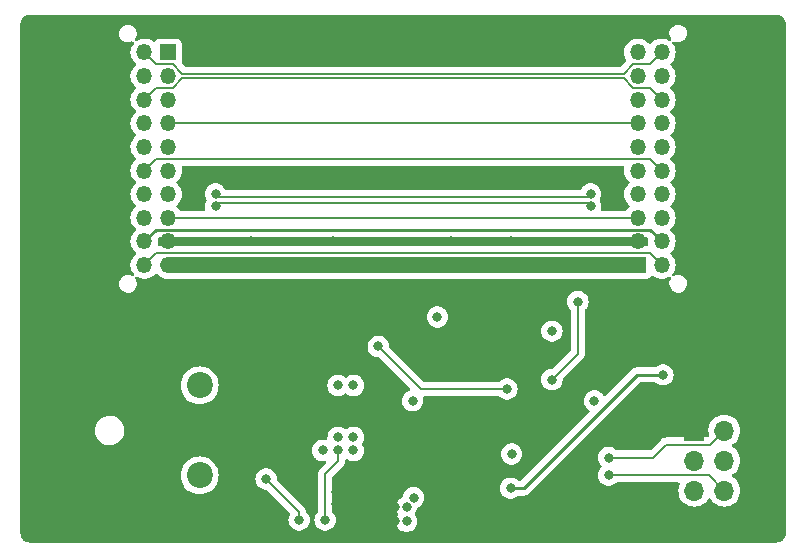
<source format=gbl>
%TF.GenerationSoftware,KiCad,Pcbnew,(7.0.0)*%
%TF.CreationDate,2023-03-12T22:57:27+00:00*%
%TF.ProjectId,main,6d61696e-2e6b-4696-9361-645f70636258,1.0*%
%TF.SameCoordinates,Original*%
%TF.FileFunction,Copper,L4,Bot*%
%TF.FilePolarity,Positive*%
%FSLAX46Y46*%
G04 Gerber Fmt 4.6, Leading zero omitted, Abs format (unit mm)*
G04 Created by KiCad (PCBNEW (7.0.0)) date 2023-03-12 22:57:27*
%MOMM*%
%LPD*%
G01*
G04 APERTURE LIST*
%TA.AperFunction,ComponentPad*%
%ADD10R,1.700000X1.700000*%
%TD*%
%TA.AperFunction,ComponentPad*%
%ADD11O,1.700000X1.700000*%
%TD*%
%TA.AperFunction,ComponentPad*%
%ADD12R,1.350000X1.350000*%
%TD*%
%TA.AperFunction,ComponentPad*%
%ADD13O,1.350000X1.350000*%
%TD*%
%TA.AperFunction,ComponentPad*%
%ADD14C,2.200000*%
%TD*%
%TA.AperFunction,ViaPad*%
%ADD15C,0.800000*%
%TD*%
%TA.AperFunction,Conductor*%
%ADD16C,0.200000*%
%TD*%
%TA.AperFunction,Conductor*%
%ADD17C,0.250000*%
%TD*%
%TA.AperFunction,Conductor*%
%ADD18C,1.350000*%
%TD*%
G04 APERTURE END LIST*
D10*
X84559999Y-62019999D03*
D11*
X87099999Y-62019999D03*
X84559999Y-64559999D03*
X87099999Y-64559999D03*
X84559999Y-67099999D03*
X87099999Y-67099999D03*
D12*
X79799999Y-47999999D03*
D13*
X79799999Y-45999999D03*
X79799999Y-43999999D03*
X79799999Y-41999999D03*
X79799999Y-39999999D03*
X79799999Y-37999999D03*
X79799999Y-35999999D03*
X79799999Y-33999999D03*
X79799999Y-31999999D03*
X79799999Y-29999999D03*
X81799999Y-47999999D03*
X81799999Y-45999999D03*
X81799999Y-43999999D03*
X81799999Y-41999999D03*
X81799999Y-39999999D03*
X81799999Y-37999999D03*
X81799999Y-35999999D03*
X81799999Y-33999999D03*
X81799999Y-31999999D03*
X81799999Y-29999999D03*
D14*
X42674900Y-58190000D03*
X42674900Y-65810000D03*
D12*
X39999999Y-29999999D03*
D13*
X39999999Y-31999999D03*
X39999999Y-33999999D03*
X39999999Y-35999999D03*
X39999999Y-37999999D03*
X39999999Y-39999999D03*
X39999999Y-41999999D03*
X39999999Y-43999999D03*
X39999999Y-45999999D03*
X39999999Y-47999999D03*
X37999999Y-29999999D03*
X37999999Y-31999999D03*
X37999999Y-33999999D03*
X37999999Y-35999999D03*
X37999999Y-37999999D03*
X37999999Y-39999999D03*
X37999999Y-41999999D03*
X37999999Y-43999999D03*
X37999999Y-45999999D03*
X37999999Y-47999999D03*
D15*
X54400000Y-58200000D03*
X62800000Y-52400000D03*
X53300000Y-69600000D03*
X54400000Y-62600000D03*
X55700000Y-58200000D03*
X54400000Y-63700000D03*
X55700000Y-63700000D03*
X72500000Y-53600000D03*
X55700000Y-62600000D03*
X53100000Y-63700000D03*
X60200000Y-68500000D03*
X76100000Y-59500000D03*
X60800000Y-67700000D03*
X60700000Y-59500000D03*
X69100000Y-64000000D03*
X60200000Y-69700000D03*
X68700000Y-58500000D03*
X57800000Y-54900000D03*
X74700000Y-51100000D03*
X72500000Y-57700000D03*
X81900000Y-57300000D03*
X69000000Y-66900000D03*
X44020992Y-43025000D03*
X75779008Y-43025000D03*
X75779008Y-41975000D03*
X44020992Y-41975000D03*
X35000000Y-54000000D03*
X59200000Y-68500000D03*
X57540000Y-49700000D03*
X54000000Y-46000000D03*
X45800000Y-68700000D03*
X64000000Y-46000000D03*
X35000000Y-70000000D03*
X90000000Y-29000000D03*
X40000000Y-70000000D03*
X90000000Y-39000000D03*
X64500000Y-62300000D03*
X51800000Y-67700000D03*
X64000000Y-64600000D03*
X30000000Y-49000000D03*
X90000000Y-34000000D03*
X69000000Y-46000000D03*
X50150000Y-65875500D03*
X83000000Y-70000000D03*
X90000000Y-59000000D03*
X30000000Y-29000000D03*
X54200000Y-68200000D03*
X49000000Y-29000000D03*
X78000000Y-70000000D03*
X90000000Y-44000000D03*
X47000000Y-46000000D03*
X55000000Y-54000000D03*
X47700000Y-41000000D03*
X58900000Y-66400000D03*
X61300000Y-62300000D03*
X46800000Y-63100000D03*
X83000000Y-59000000D03*
X35000000Y-59000000D03*
X47000000Y-49700000D03*
X69100000Y-65599503D03*
X68300000Y-69799500D03*
X35000000Y-65000000D03*
X40000000Y-54000000D03*
X30000000Y-44000000D03*
X77800000Y-56300000D03*
X74000000Y-29000000D03*
X90000000Y-54000000D03*
X65900000Y-54200000D03*
X59000000Y-29000000D03*
X30000000Y-39000000D03*
X60400000Y-63900000D03*
X40000000Y-62000000D03*
X65900000Y-66800000D03*
X30000000Y-34200000D03*
X46800000Y-68700000D03*
X90000000Y-49000000D03*
X54225000Y-67200000D03*
X81900000Y-53500000D03*
X54000000Y-29000000D03*
X63200000Y-68400000D03*
X69400000Y-51800000D03*
X59200000Y-69700000D03*
X47000000Y-54000000D03*
X44000000Y-29100000D03*
X58900000Y-67500000D03*
X45800000Y-63100000D03*
X64000000Y-29000000D03*
X69000000Y-29000000D03*
X90000000Y-70000000D03*
X77300000Y-65800000D03*
X77300000Y-64300000D03*
X51100000Y-69600000D03*
X48300000Y-66124500D03*
D16*
X53300000Y-69600000D02*
X53300000Y-65700000D01*
X53300000Y-65700000D02*
X54400000Y-64600000D01*
X54400000Y-64600000D02*
X54400000Y-63700000D01*
X61400000Y-58500000D02*
X57800000Y-54900000D01*
X68700000Y-58500000D02*
X61400000Y-58500000D01*
X72500000Y-57700000D02*
X74700000Y-55500000D01*
X74700000Y-55500000D02*
X74700000Y-51100000D01*
X79800000Y-36000000D02*
X40000000Y-36000000D01*
X79800000Y-44000000D02*
X40000000Y-44000000D01*
X79398000Y-31000000D02*
X80800000Y-31000000D01*
X78598000Y-31800000D02*
X79398000Y-31000000D01*
X40400000Y-31000000D02*
X41200000Y-31800000D01*
X41200000Y-31800000D02*
X78598000Y-31800000D01*
X38000000Y-30000000D02*
X39000000Y-31000000D01*
X39000000Y-31000000D02*
X40400000Y-31000000D01*
X80800000Y-31000000D02*
X81800000Y-30000000D01*
X38000000Y-34000000D02*
X39000000Y-33000000D01*
X39000000Y-33000000D02*
X40400000Y-33000000D01*
X79398000Y-33000000D02*
X80800000Y-33000000D01*
X41200000Y-32200000D02*
X78598000Y-32200000D01*
X80800000Y-33000000D02*
X81800000Y-34000000D01*
X78598000Y-32200000D02*
X79398000Y-33000000D01*
X40400000Y-33000000D02*
X41200000Y-32200000D01*
X81800000Y-40000000D02*
X80800000Y-39000000D01*
X39000000Y-39000000D02*
X38000000Y-40000000D01*
X80800000Y-39000000D02*
X39000000Y-39000000D01*
D17*
X39000000Y-45000000D02*
X80800000Y-45000000D01*
X80800000Y-45000000D02*
X81800000Y-46000000D01*
X38000000Y-46000000D02*
X39000000Y-45000000D01*
D16*
X80800000Y-47000000D02*
X81800000Y-48000000D01*
X39000000Y-47000000D02*
X80800000Y-47000000D01*
X38000000Y-48000000D02*
X39000000Y-47000000D01*
D17*
X69000000Y-66900000D02*
X70100000Y-66900000D01*
X70100000Y-66900000D02*
X79700000Y-57300000D01*
X79700000Y-57300000D02*
X81900000Y-57300000D01*
D18*
X40000000Y-48000000D02*
X79800000Y-48000000D01*
D16*
X75479009Y-42725001D02*
X75779008Y-43025000D01*
X44320991Y-42725001D02*
X75479009Y-42725001D01*
X44020992Y-43025000D02*
X44320991Y-42725001D01*
X75779008Y-41975000D02*
X75479009Y-42274999D01*
X75479009Y-42274999D02*
X44320991Y-42274999D01*
X44320991Y-42274999D02*
X44020992Y-41975000D01*
X85800000Y-65800000D02*
X87100000Y-67100000D01*
X77300000Y-65800000D02*
X85800000Y-65800000D01*
X85920000Y-63200000D02*
X82200000Y-63200000D01*
X81100000Y-64300000D02*
X77300000Y-64300000D01*
X87100000Y-62020000D02*
X85920000Y-63200000D01*
X82200000Y-63200000D02*
X81100000Y-64300000D01*
X51100000Y-69600000D02*
X51100000Y-68924500D01*
X51100000Y-68924500D02*
X48300000Y-66124500D01*
%TA.AperFunction,Conductor*%
G36*
X80537001Y-45634939D02*
G01*
X80577229Y-45661819D01*
X80603401Y-45687991D01*
X80632350Y-45733561D01*
X80639191Y-45787113D01*
X80619464Y-46000000D01*
X80639565Y-46216923D01*
X80646577Y-46241568D01*
X80649200Y-46298283D01*
X80626266Y-46350226D01*
X80582583Y-46386500D01*
X80527311Y-46399500D01*
X39272689Y-46399500D01*
X39217417Y-46386500D01*
X39173734Y-46350226D01*
X39150800Y-46298283D01*
X39153422Y-46241568D01*
X39160435Y-46216923D01*
X39180536Y-46000000D01*
X39160808Y-45787113D01*
X39167650Y-45733560D01*
X39196600Y-45687989D01*
X39222773Y-45661817D01*
X39263001Y-45634938D01*
X39310453Y-45625500D01*
X80489548Y-45625500D01*
X80537001Y-45634939D01*
G37*
%TD.AperFunction*%
%TA.AperFunction,Conductor*%
G36*
X78582583Y-39613500D02*
G01*
X78626266Y-39649774D01*
X78649200Y-39701717D01*
X78646577Y-39758431D01*
X78639565Y-39783077D01*
X78619464Y-40000000D01*
X78639565Y-40216923D01*
X78699183Y-40426459D01*
X78701735Y-40431585D01*
X78701737Y-40431589D01*
X78793733Y-40616342D01*
X78793735Y-40616346D01*
X78796288Y-40621472D01*
X78927573Y-40795322D01*
X79051573Y-40908363D01*
X79087301Y-40966064D01*
X79087302Y-41033933D01*
X79051573Y-41091636D01*
X78927573Y-41204678D01*
X78924119Y-41209251D01*
X78924116Y-41209255D01*
X78853994Y-41302112D01*
X78796288Y-41378528D01*
X78793738Y-41383648D01*
X78793733Y-41383657D01*
X78701737Y-41568410D01*
X78701733Y-41568418D01*
X78699183Y-41573541D01*
X78697614Y-41579053D01*
X78697614Y-41579055D01*
X78689830Y-41606415D01*
X78639565Y-41783077D01*
X78639036Y-41788782D01*
X78639036Y-41788784D01*
X78622379Y-41968540D01*
X78619464Y-42000000D01*
X78619993Y-42005709D01*
X78635164Y-42169435D01*
X78639565Y-42216923D01*
X78699183Y-42426459D01*
X78701735Y-42431585D01*
X78701737Y-42431589D01*
X78793733Y-42616342D01*
X78793735Y-42616346D01*
X78796288Y-42621472D01*
X78927573Y-42795322D01*
X79051573Y-42908363D01*
X79087301Y-42966064D01*
X79087302Y-43033933D01*
X79051573Y-43091636D01*
X78927573Y-43204678D01*
X78924121Y-43209248D01*
X78924111Y-43209260D01*
X78817660Y-43350226D01*
X78773978Y-43386500D01*
X78718706Y-43399500D01*
X76774839Y-43399500D01*
X76718544Y-43385985D01*
X76674521Y-43348385D01*
X76652366Y-43294898D01*
X76656908Y-43237182D01*
X76662674Y-43219435D01*
X76664682Y-43213256D01*
X76684468Y-43025000D01*
X76664682Y-42836744D01*
X76606187Y-42656716D01*
X76551500Y-42561996D01*
X76534889Y-42500000D01*
X76551500Y-42438003D01*
X76606187Y-42343284D01*
X76664682Y-42163256D01*
X76684468Y-41975000D01*
X76664682Y-41786744D01*
X76606187Y-41606716D01*
X76511541Y-41442784D01*
X76453684Y-41378528D01*
X76389228Y-41306942D01*
X76389227Y-41306941D01*
X76384879Y-41302112D01*
X76379621Y-41298292D01*
X76379619Y-41298290D01*
X76236996Y-41194669D01*
X76236995Y-41194668D01*
X76231738Y-41190849D01*
X76225800Y-41188205D01*
X76064753Y-41116501D01*
X76064748Y-41116499D01*
X76058811Y-41113856D01*
X76052452Y-41112504D01*
X76052448Y-41112503D01*
X75880016Y-41075852D01*
X75880013Y-41075851D01*
X75873654Y-41074500D01*
X75684362Y-41074500D01*
X75678003Y-41075851D01*
X75677999Y-41075852D01*
X75505567Y-41112503D01*
X75505560Y-41112505D01*
X75499205Y-41113856D01*
X75493270Y-41116498D01*
X75493262Y-41116501D01*
X75332215Y-41188205D01*
X75332210Y-41188207D01*
X75326278Y-41190849D01*
X75321024Y-41194665D01*
X75321019Y-41194669D01*
X75178396Y-41298290D01*
X75178389Y-41298295D01*
X75173137Y-41302112D01*
X75168792Y-41306937D01*
X75168787Y-41306942D01*
X75050821Y-41437956D01*
X75050816Y-41437962D01*
X75046475Y-41442784D01*
X75043230Y-41448404D01*
X75043226Y-41448410D01*
X74951829Y-41606716D01*
X74951309Y-41606415D01*
X74928003Y-41639699D01*
X74888317Y-41665470D01*
X74841867Y-41674499D01*
X44958133Y-41674499D01*
X44911683Y-41665470D01*
X44871997Y-41639699D01*
X44848690Y-41606415D01*
X44848171Y-41606716D01*
X44753525Y-41442784D01*
X44695668Y-41378528D01*
X44631212Y-41306942D01*
X44631211Y-41306941D01*
X44626863Y-41302112D01*
X44621605Y-41298292D01*
X44621603Y-41298290D01*
X44478980Y-41194669D01*
X44478979Y-41194668D01*
X44473722Y-41190849D01*
X44467784Y-41188205D01*
X44306737Y-41116501D01*
X44306732Y-41116499D01*
X44300795Y-41113856D01*
X44294436Y-41112504D01*
X44294432Y-41112503D01*
X44122000Y-41075852D01*
X44121997Y-41075851D01*
X44115638Y-41074500D01*
X43926346Y-41074500D01*
X43919987Y-41075851D01*
X43919983Y-41075852D01*
X43747551Y-41112503D01*
X43747544Y-41112505D01*
X43741189Y-41113856D01*
X43735254Y-41116498D01*
X43735246Y-41116501D01*
X43574199Y-41188205D01*
X43574194Y-41188207D01*
X43568262Y-41190849D01*
X43563008Y-41194665D01*
X43563003Y-41194669D01*
X43420380Y-41298290D01*
X43420373Y-41298295D01*
X43415121Y-41302112D01*
X43410776Y-41306937D01*
X43410771Y-41306942D01*
X43292805Y-41437956D01*
X43292800Y-41437962D01*
X43288459Y-41442784D01*
X43285214Y-41448404D01*
X43285210Y-41448410D01*
X43197061Y-41601089D01*
X43197058Y-41601094D01*
X43193813Y-41606716D01*
X43191807Y-41612888D01*
X43191805Y-41612894D01*
X43137325Y-41780564D01*
X43137323Y-41780573D01*
X43135318Y-41786744D01*
X43134640Y-41793194D01*
X43134638Y-41793204D01*
X43116954Y-41961464D01*
X43115532Y-41975000D01*
X43116211Y-41981460D01*
X43134638Y-42156795D01*
X43134639Y-42156803D01*
X43135318Y-42163256D01*
X43137323Y-42169428D01*
X43137325Y-42169435D01*
X43191803Y-42337100D01*
X43191805Y-42337105D01*
X43193813Y-42343284D01*
X43248498Y-42438003D01*
X43265110Y-42500000D01*
X43248498Y-42561996D01*
X43193813Y-42656716D01*
X43191806Y-42662890D01*
X43191803Y-42662899D01*
X43137325Y-42830564D01*
X43137323Y-42830573D01*
X43135318Y-42836744D01*
X43134640Y-42843194D01*
X43134638Y-42843204D01*
X43116954Y-43011464D01*
X43115532Y-43025000D01*
X43116211Y-43031460D01*
X43134638Y-43206795D01*
X43134639Y-43206803D01*
X43135318Y-43213256D01*
X43137323Y-43219428D01*
X43137325Y-43219435D01*
X43143092Y-43237182D01*
X43147634Y-43294898D01*
X43125479Y-43348385D01*
X43081456Y-43385985D01*
X43025161Y-43399500D01*
X41081294Y-43399500D01*
X41026022Y-43386500D01*
X40982340Y-43350226D01*
X40875888Y-43209260D01*
X40875883Y-43209254D01*
X40872427Y-43204678D01*
X40748425Y-43091635D01*
X40712698Y-43033934D01*
X40712698Y-42966066D01*
X40748425Y-42908364D01*
X40872427Y-42795322D01*
X41003712Y-42621472D01*
X41100817Y-42426459D01*
X41160435Y-42216923D01*
X41180536Y-42000000D01*
X41160435Y-41783077D01*
X41100817Y-41573541D01*
X41003712Y-41378528D01*
X40872427Y-41204678D01*
X40868190Y-41200815D01*
X40868186Y-41200811D01*
X40748426Y-41091636D01*
X40712698Y-41033933D01*
X40712698Y-40966064D01*
X40748422Y-40908366D01*
X40872427Y-40795322D01*
X41003712Y-40621472D01*
X41100817Y-40426459D01*
X41160435Y-40216923D01*
X41180536Y-40000000D01*
X41160435Y-39783077D01*
X41153422Y-39758431D01*
X41150800Y-39701717D01*
X41173734Y-39649774D01*
X41217417Y-39613500D01*
X41272689Y-39600500D01*
X78527311Y-39600500D01*
X78582583Y-39613500D01*
G37*
%TD.AperFunction*%
%TA.AperFunction,Conductor*%
G36*
X91506061Y-26801097D02*
G01*
X91516051Y-26802080D01*
X91643824Y-26814665D01*
X91667652Y-26819404D01*
X91794277Y-26857815D01*
X91816725Y-26867114D01*
X91933406Y-26929482D01*
X91953616Y-26942986D01*
X92055891Y-27026920D01*
X92073079Y-27044108D01*
X92157012Y-27146381D01*
X92170517Y-27166593D01*
X92232883Y-27283271D01*
X92242186Y-27305728D01*
X92280593Y-27432338D01*
X92285335Y-27456180D01*
X92298903Y-27593938D01*
X92299500Y-27606092D01*
X92299500Y-70693908D01*
X92298903Y-70706062D01*
X92285335Y-70843819D01*
X92280593Y-70867661D01*
X92242186Y-70994271D01*
X92232883Y-71016728D01*
X92170517Y-71133406D01*
X92157012Y-71153618D01*
X92073079Y-71255891D01*
X92055891Y-71273079D01*
X91953618Y-71357012D01*
X91933406Y-71370517D01*
X91816728Y-71432883D01*
X91794271Y-71442186D01*
X91667661Y-71480593D01*
X91643819Y-71485335D01*
X91506062Y-71498903D01*
X91493908Y-71499500D01*
X28306092Y-71499500D01*
X28293938Y-71498903D01*
X28156180Y-71485335D01*
X28132340Y-71480593D01*
X28005728Y-71442186D01*
X27983271Y-71432883D01*
X27866593Y-71370517D01*
X27846381Y-71357012D01*
X27744108Y-71273079D01*
X27726920Y-71255891D01*
X27642986Y-71153616D01*
X27629482Y-71133406D01*
X27567116Y-71016728D01*
X27557815Y-70994277D01*
X27519404Y-70867652D01*
X27514665Y-70843824D01*
X27501097Y-70706061D01*
X27500500Y-70693908D01*
X27500500Y-65810000D01*
X41069451Y-65810000D01*
X41069833Y-65814854D01*
X41084471Y-66000852D01*
X41089217Y-66061148D01*
X41090352Y-66065877D01*
X41090353Y-66065881D01*
X41146889Y-66301374D01*
X41146891Y-66301382D01*
X41148027Y-66306111D01*
X41244434Y-66538859D01*
X41246981Y-66543016D01*
X41246982Y-66543017D01*
X41373517Y-66749504D01*
X41373522Y-66749511D01*
X41376064Y-66753659D01*
X41379224Y-66757358D01*
X41379227Y-66757363D01*
X41448829Y-66838856D01*
X41539676Y-66945224D01*
X41543376Y-66948384D01*
X41714578Y-67094605D01*
X41731241Y-67108836D01*
X41735391Y-67111379D01*
X41735395Y-67111382D01*
X41827435Y-67167784D01*
X41946041Y-67240466D01*
X42178789Y-67336873D01*
X42423752Y-67395683D01*
X42674900Y-67415449D01*
X42926048Y-67395683D01*
X43171011Y-67336873D01*
X43403759Y-67240466D01*
X43618559Y-67108836D01*
X43810124Y-66945224D01*
X43973736Y-66753659D01*
X44105366Y-66538859D01*
X44201773Y-66306111D01*
X44245374Y-66124500D01*
X47394540Y-66124500D01*
X47395219Y-66130960D01*
X47413646Y-66306295D01*
X47413647Y-66306303D01*
X47414326Y-66312756D01*
X47416331Y-66318928D01*
X47416333Y-66318935D01*
X47467598Y-66476709D01*
X47472821Y-66492784D01*
X47476068Y-66498408D01*
X47476069Y-66498410D01*
X47527097Y-66586794D01*
X47567467Y-66656716D01*
X47571811Y-66661541D01*
X47571813Y-66661543D01*
X47622831Y-66718204D01*
X47694129Y-66797388D01*
X47847270Y-66908651D01*
X48020197Y-66985644D01*
X48205354Y-67025000D01*
X48299903Y-67025000D01*
X48347356Y-67034439D01*
X48387584Y-67061319D01*
X50309916Y-68983651D01*
X50338757Y-69028921D01*
X50345763Y-69082139D01*
X50329623Y-69133331D01*
X50276070Y-69226089D01*
X50272821Y-69231716D01*
X50270815Y-69237888D01*
X50270813Y-69237894D01*
X50216333Y-69405564D01*
X50216331Y-69405573D01*
X50214326Y-69411744D01*
X50213648Y-69418194D01*
X50213646Y-69418204D01*
X50195962Y-69586464D01*
X50194540Y-69600000D01*
X50195219Y-69606460D01*
X50213646Y-69781795D01*
X50213647Y-69781803D01*
X50214326Y-69788256D01*
X50216331Y-69794428D01*
X50216333Y-69794435D01*
X50270813Y-69962105D01*
X50272821Y-69968284D01*
X50367467Y-70132216D01*
X50371811Y-70137041D01*
X50371813Y-70137043D01*
X50461854Y-70237043D01*
X50494129Y-70272888D01*
X50647270Y-70384151D01*
X50820197Y-70461144D01*
X51005354Y-70500500D01*
X51188143Y-70500500D01*
X51194646Y-70500500D01*
X51379803Y-70461144D01*
X51552730Y-70384151D01*
X51705871Y-70272888D01*
X51832533Y-70132216D01*
X51927179Y-69968284D01*
X51985674Y-69788256D01*
X52005460Y-69600000D01*
X51985674Y-69411744D01*
X51927179Y-69231716D01*
X51832533Y-69067784D01*
X51797540Y-69028921D01*
X51731815Y-68955926D01*
X51711355Y-68924868D01*
X51701027Y-68889143D01*
X51685044Y-68767738D01*
X51624536Y-68621659D01*
X51552450Y-68527715D01*
X51528282Y-68496218D01*
X51503222Y-68476989D01*
X51491034Y-68466299D01*
X49241100Y-66216365D01*
X49214220Y-66176137D01*
X49204937Y-66129470D01*
X49205460Y-66124500D01*
X49191141Y-65988256D01*
X49186353Y-65942704D01*
X49186352Y-65942703D01*
X49185674Y-65936244D01*
X49127179Y-65756216D01*
X49032533Y-65592284D01*
X49006799Y-65563704D01*
X48910220Y-65456442D01*
X48910219Y-65456441D01*
X48905871Y-65451612D01*
X48900613Y-65447792D01*
X48900611Y-65447790D01*
X48757988Y-65344169D01*
X48757987Y-65344168D01*
X48752730Y-65340349D01*
X48693301Y-65313889D01*
X48585745Y-65266001D01*
X48585740Y-65265999D01*
X48579803Y-65263356D01*
X48573444Y-65262004D01*
X48573440Y-65262003D01*
X48401008Y-65225352D01*
X48401005Y-65225351D01*
X48394646Y-65224000D01*
X48205354Y-65224000D01*
X48198995Y-65225351D01*
X48198991Y-65225352D01*
X48026559Y-65262003D01*
X48026552Y-65262005D01*
X48020197Y-65263356D01*
X48014262Y-65265998D01*
X48014254Y-65266001D01*
X47853207Y-65337705D01*
X47853202Y-65337707D01*
X47847270Y-65340349D01*
X47842016Y-65344165D01*
X47842011Y-65344169D01*
X47699388Y-65447790D01*
X47699381Y-65447795D01*
X47694129Y-65451612D01*
X47689784Y-65456437D01*
X47689779Y-65456442D01*
X47571813Y-65587456D01*
X47571808Y-65587462D01*
X47567467Y-65592284D01*
X47564222Y-65597904D01*
X47564218Y-65597910D01*
X47476069Y-65750589D01*
X47476066Y-65750594D01*
X47472821Y-65756216D01*
X47470815Y-65762388D01*
X47470813Y-65762394D01*
X47416333Y-65930064D01*
X47416331Y-65930073D01*
X47414326Y-65936244D01*
X47413648Y-65942694D01*
X47413646Y-65942704D01*
X47401198Y-66061148D01*
X47394540Y-66124500D01*
X44245374Y-66124500D01*
X44260583Y-66061148D01*
X44280349Y-65810000D01*
X44260583Y-65558852D01*
X44201773Y-65313889D01*
X44105366Y-65081141D01*
X44000054Y-64909288D01*
X43976282Y-64870495D01*
X43976279Y-64870491D01*
X43973736Y-64866341D01*
X43969297Y-64861144D01*
X43813284Y-64678476D01*
X43810124Y-64674776D01*
X43795288Y-64662105D01*
X43622263Y-64514327D01*
X43622258Y-64514324D01*
X43618559Y-64511164D01*
X43614411Y-64508622D01*
X43614404Y-64508617D01*
X43407917Y-64382082D01*
X43407916Y-64382081D01*
X43403759Y-64379534D01*
X43171011Y-64283127D01*
X43166282Y-64281991D01*
X43166274Y-64281989D01*
X42930781Y-64225453D01*
X42930777Y-64225452D01*
X42926048Y-64224317D01*
X42921195Y-64223935D01*
X42679754Y-64204933D01*
X42674900Y-64204551D01*
X42670046Y-64204933D01*
X42428604Y-64223935D01*
X42428602Y-64223935D01*
X42423752Y-64224317D01*
X42419024Y-64225451D01*
X42419018Y-64225453D01*
X42183525Y-64281989D01*
X42183513Y-64281992D01*
X42178789Y-64283127D01*
X42174292Y-64284989D01*
X42174288Y-64284991D01*
X41950545Y-64377668D01*
X41950540Y-64377670D01*
X41946041Y-64379534D01*
X41941888Y-64382078D01*
X41941882Y-64382082D01*
X41735395Y-64508617D01*
X41735382Y-64508626D01*
X41731241Y-64511164D01*
X41727546Y-64514319D01*
X41727536Y-64514327D01*
X41543376Y-64671615D01*
X41543369Y-64671621D01*
X41539676Y-64674776D01*
X41536521Y-64678469D01*
X41536515Y-64678476D01*
X41379227Y-64862636D01*
X41379219Y-64862646D01*
X41376064Y-64866341D01*
X41373526Y-64870482D01*
X41373517Y-64870495D01*
X41246982Y-65076982D01*
X41246978Y-65076988D01*
X41244434Y-65081141D01*
X41242570Y-65085640D01*
X41242568Y-65085645D01*
X41164794Y-65273410D01*
X41148027Y-65313889D01*
X41146892Y-65318613D01*
X41146889Y-65318625D01*
X41090353Y-65554118D01*
X41090351Y-65554124D01*
X41089217Y-65558852D01*
X41088835Y-65563702D01*
X41088835Y-65563704D01*
X41078108Y-65700000D01*
X41069451Y-65810000D01*
X27500500Y-65810000D01*
X27500500Y-63700000D01*
X52194540Y-63700000D01*
X52195219Y-63706460D01*
X52213646Y-63881795D01*
X52213647Y-63881803D01*
X52214326Y-63888256D01*
X52216331Y-63894428D01*
X52216333Y-63894435D01*
X52248535Y-63993540D01*
X52272821Y-64068284D01*
X52276068Y-64073908D01*
X52276069Y-64073910D01*
X52362906Y-64224317D01*
X52367467Y-64232216D01*
X52371811Y-64237041D01*
X52371813Y-64237043D01*
X52449999Y-64323877D01*
X52494129Y-64372888D01*
X52499387Y-64376708D01*
X52499388Y-64376709D01*
X52565316Y-64424608D01*
X52647270Y-64484151D01*
X52820197Y-64561144D01*
X53005354Y-64600500D01*
X53188143Y-64600500D01*
X53194646Y-64600500D01*
X53236789Y-64591542D01*
X53299649Y-64594506D01*
X53352961Y-64627948D01*
X53382990Y-64683253D01*
X53382001Y-64746178D01*
X53350250Y-64800513D01*
X52908965Y-65241798D01*
X52896774Y-65252490D01*
X52878165Y-65266770D01*
X52878161Y-65266773D01*
X52871718Y-65271718D01*
X52866774Y-65278160D01*
X52866772Y-65278163D01*
X52825407Y-65332071D01*
X52825408Y-65332071D01*
X52780411Y-65390711D01*
X52780408Y-65390714D01*
X52775464Y-65397159D01*
X52772355Y-65404663D01*
X52772353Y-65404668D01*
X52718066Y-65535728D01*
X52718064Y-65535733D01*
X52714956Y-65543238D01*
X52713896Y-65551289D01*
X52713894Y-65551297D01*
X52695702Y-65689482D01*
X52694318Y-65700000D01*
X52695379Y-65708059D01*
X52698439Y-65731302D01*
X52699500Y-65747487D01*
X52699500Y-68873548D01*
X52691264Y-68917986D01*
X52667650Y-68956520D01*
X52571813Y-69062956D01*
X52571808Y-69062962D01*
X52567467Y-69067784D01*
X52564222Y-69073404D01*
X52564218Y-69073410D01*
X52476069Y-69226089D01*
X52476068Y-69226092D01*
X52472821Y-69231716D01*
X52470815Y-69237888D01*
X52470813Y-69237894D01*
X52416333Y-69405564D01*
X52416331Y-69405573D01*
X52414326Y-69411744D01*
X52413648Y-69418194D01*
X52413646Y-69418204D01*
X52395962Y-69586464D01*
X52394540Y-69600000D01*
X52395219Y-69606460D01*
X52413646Y-69781795D01*
X52413647Y-69781803D01*
X52414326Y-69788256D01*
X52416331Y-69794428D01*
X52416333Y-69794435D01*
X52470813Y-69962105D01*
X52472821Y-69968284D01*
X52567467Y-70132216D01*
X52571811Y-70137041D01*
X52571813Y-70137043D01*
X52661854Y-70237043D01*
X52694129Y-70272888D01*
X52847270Y-70384151D01*
X53020197Y-70461144D01*
X53205354Y-70500500D01*
X53388143Y-70500500D01*
X53394646Y-70500500D01*
X53579803Y-70461144D01*
X53752730Y-70384151D01*
X53905871Y-70272888D01*
X54032533Y-70132216D01*
X54127179Y-69968284D01*
X54185674Y-69788256D01*
X54194950Y-69700000D01*
X59294540Y-69700000D01*
X59295219Y-69706460D01*
X59313646Y-69881795D01*
X59313647Y-69881803D01*
X59314326Y-69888256D01*
X59316331Y-69894428D01*
X59316333Y-69894435D01*
X59370813Y-70062105D01*
X59372821Y-70068284D01*
X59467467Y-70232216D01*
X59594129Y-70372888D01*
X59747270Y-70484151D01*
X59920197Y-70561144D01*
X60105354Y-70600500D01*
X60288143Y-70600500D01*
X60294646Y-70600500D01*
X60479803Y-70561144D01*
X60652730Y-70484151D01*
X60805871Y-70372888D01*
X60932533Y-70232216D01*
X61027179Y-70068284D01*
X61085674Y-69888256D01*
X61105460Y-69700000D01*
X61085674Y-69511744D01*
X61027179Y-69331716D01*
X60932533Y-69167784D01*
X60933007Y-69167510D01*
X60914427Y-69125784D01*
X60914427Y-69074216D01*
X60933007Y-69032489D01*
X60932533Y-69032216D01*
X60934435Y-69028921D01*
X61027179Y-68868284D01*
X61085674Y-68688256D01*
X61092494Y-68623360D01*
X61115497Y-68563436D01*
X61165378Y-68523042D01*
X61252730Y-68484151D01*
X61405871Y-68372888D01*
X61532533Y-68232216D01*
X61627179Y-68068284D01*
X61685674Y-67888256D01*
X61705460Y-67700000D01*
X61685674Y-67511744D01*
X61627179Y-67331716D01*
X61532533Y-67167784D01*
X61460925Y-67088256D01*
X61410220Y-67031942D01*
X61410219Y-67031941D01*
X61405871Y-67027112D01*
X61400613Y-67023292D01*
X61400611Y-67023290D01*
X61257988Y-66919669D01*
X61257987Y-66919668D01*
X61252730Y-66915849D01*
X61246792Y-66913205D01*
X61217134Y-66900000D01*
X68094540Y-66900000D01*
X68095219Y-66906460D01*
X68113646Y-67081795D01*
X68113647Y-67081803D01*
X68114326Y-67088256D01*
X68116331Y-67094428D01*
X68116333Y-67094435D01*
X68140166Y-67167784D01*
X68172821Y-67268284D01*
X68176068Y-67273908D01*
X68176069Y-67273910D01*
X68257786Y-67415449D01*
X68267467Y-67432216D01*
X68271811Y-67437041D01*
X68271813Y-67437043D01*
X68353417Y-67527673D01*
X68394129Y-67572888D01*
X68547270Y-67684151D01*
X68720197Y-67761144D01*
X68905354Y-67800500D01*
X69088143Y-67800500D01*
X69094646Y-67800500D01*
X69279803Y-67761144D01*
X69452730Y-67684151D01*
X69605871Y-67572888D01*
X69611601Y-67566523D01*
X69613271Y-67565310D01*
X69615050Y-67563709D01*
X69615218Y-67563895D01*
X69653315Y-67536219D01*
X69703748Y-67525500D01*
X70022225Y-67525500D01*
X70033280Y-67526021D01*
X70040667Y-67527673D01*
X70107872Y-67525561D01*
X70111768Y-67525500D01*
X70135448Y-67525500D01*
X70139350Y-67525500D01*
X70143313Y-67524999D01*
X70154963Y-67524080D01*
X70198627Y-67522709D01*
X70217861Y-67517119D01*
X70236917Y-67513174D01*
X70256792Y-67510664D01*
X70297395Y-67494587D01*
X70308450Y-67490802D01*
X70350390Y-67478618D01*
X70367629Y-67468422D01*
X70385103Y-67459862D01*
X70396474Y-67455360D01*
X70396476Y-67455358D01*
X70403732Y-67452486D01*
X70439069Y-67426811D01*
X70448824Y-67420403D01*
X70486420Y-67398170D01*
X70500584Y-67384005D01*
X70515379Y-67371368D01*
X70531587Y-67359594D01*
X70559428Y-67325938D01*
X70567279Y-67317309D01*
X72084588Y-65800000D01*
X76394540Y-65800000D01*
X76395219Y-65806460D01*
X76413646Y-65981795D01*
X76413647Y-65981803D01*
X76414326Y-65988256D01*
X76416331Y-65994428D01*
X76416333Y-65994435D01*
X76470813Y-66162105D01*
X76472821Y-66168284D01*
X76476068Y-66173908D01*
X76476069Y-66173910D01*
X76552501Y-66306295D01*
X76567467Y-66332216D01*
X76571811Y-66337041D01*
X76571813Y-66337043D01*
X76604558Y-66373410D01*
X76694129Y-66472888D01*
X76699387Y-66476708D01*
X76699388Y-66476709D01*
X76729257Y-66498410D01*
X76847270Y-66584151D01*
X77020197Y-66661144D01*
X77205354Y-66700500D01*
X77388143Y-66700500D01*
X77394646Y-66700500D01*
X77579803Y-66661144D01*
X77752730Y-66584151D01*
X77905871Y-66472888D01*
X77910223Y-66468055D01*
X77934110Y-66441527D01*
X77975824Y-66411220D01*
X78026259Y-66400500D01*
X83201429Y-66400500D01*
X83261072Y-66415786D01*
X83306010Y-66457875D01*
X83325164Y-66516391D01*
X83313811Y-66576904D01*
X83307502Y-66590432D01*
X83288386Y-66631427D01*
X83288383Y-66631432D01*
X83286097Y-66636337D01*
X83284698Y-66641557D01*
X83284694Y-66641569D01*
X83226337Y-66859365D01*
X83226335Y-66859371D01*
X83224937Y-66864592D01*
X83224465Y-66869977D01*
X83224465Y-66869982D01*
X83214346Y-66985644D01*
X83204341Y-67100000D01*
X83204813Y-67105395D01*
X83224121Y-67326089D01*
X83224937Y-67335408D01*
X83226336Y-67340630D01*
X83226337Y-67340634D01*
X83284694Y-67558430D01*
X83284697Y-67558438D01*
X83286097Y-67563663D01*
X83288385Y-67568570D01*
X83288386Y-67568572D01*
X83383678Y-67772927D01*
X83383681Y-67772933D01*
X83385965Y-67777830D01*
X83389064Y-67782257D01*
X83389066Y-67782259D01*
X83518399Y-67966966D01*
X83518402Y-67966970D01*
X83521505Y-67971401D01*
X83688599Y-68138495D01*
X83882170Y-68274035D01*
X84096337Y-68373903D01*
X84324592Y-68435063D01*
X84560000Y-68455659D01*
X84795408Y-68435063D01*
X85023663Y-68373903D01*
X85237830Y-68274035D01*
X85431401Y-68138495D01*
X85598495Y-67971401D01*
X85728424Y-67785842D01*
X85772743Y-67746976D01*
X85830000Y-67732965D01*
X85887257Y-67746976D01*
X85931575Y-67785842D01*
X86058395Y-67966961D01*
X86058401Y-67966968D01*
X86061505Y-67971401D01*
X86228599Y-68138495D01*
X86422170Y-68274035D01*
X86636337Y-68373903D01*
X86864592Y-68435063D01*
X87100000Y-68455659D01*
X87335408Y-68435063D01*
X87563663Y-68373903D01*
X87777830Y-68274035D01*
X87971401Y-68138495D01*
X88138495Y-67971401D01*
X88274035Y-67777830D01*
X88373903Y-67563663D01*
X88435063Y-67335408D01*
X88455659Y-67100000D01*
X88435063Y-66864592D01*
X88379841Y-66658498D01*
X88375305Y-66641569D01*
X88375304Y-66641567D01*
X88373903Y-66636337D01*
X88274035Y-66422171D01*
X88138495Y-66228599D01*
X87971401Y-66061505D01*
X87966968Y-66058401D01*
X87966961Y-66058395D01*
X87785842Y-65931575D01*
X87746976Y-65887257D01*
X87732965Y-65830000D01*
X87746976Y-65772743D01*
X87785842Y-65728425D01*
X87966961Y-65601604D01*
X87966961Y-65601603D01*
X87971401Y-65598495D01*
X88138495Y-65431401D01*
X88274035Y-65237830D01*
X88373903Y-65023663D01*
X88435063Y-64795408D01*
X88455659Y-64560000D01*
X88435063Y-64324592D01*
X88373903Y-64096337D01*
X88274035Y-63882171D01*
X88138495Y-63688599D01*
X87971401Y-63521505D01*
X87966968Y-63518401D01*
X87966961Y-63518395D01*
X87785842Y-63391575D01*
X87746976Y-63347257D01*
X87732965Y-63290000D01*
X87746976Y-63232743D01*
X87785842Y-63188425D01*
X87966961Y-63061604D01*
X87966961Y-63061603D01*
X87971401Y-63058495D01*
X88138495Y-62891401D01*
X88274035Y-62697830D01*
X88373903Y-62483663D01*
X88435063Y-62255408D01*
X88455659Y-62020000D01*
X88435063Y-61784592D01*
X88373903Y-61556337D01*
X88274035Y-61342171D01*
X88138495Y-61148599D01*
X87971401Y-60981505D01*
X87966970Y-60978402D01*
X87966966Y-60978399D01*
X87782259Y-60849066D01*
X87782257Y-60849064D01*
X87777830Y-60845965D01*
X87772933Y-60843681D01*
X87772927Y-60843678D01*
X87568572Y-60748386D01*
X87568570Y-60748385D01*
X87563663Y-60746097D01*
X87558438Y-60744697D01*
X87558430Y-60744694D01*
X87340634Y-60686337D01*
X87340630Y-60686336D01*
X87335408Y-60684937D01*
X87330020Y-60684465D01*
X87330017Y-60684465D01*
X87105395Y-60664813D01*
X87100000Y-60664341D01*
X87094605Y-60664813D01*
X86869982Y-60684465D01*
X86869977Y-60684465D01*
X86864592Y-60684937D01*
X86859371Y-60686335D01*
X86859365Y-60686337D01*
X86641569Y-60744694D01*
X86641557Y-60744698D01*
X86636337Y-60746097D01*
X86631432Y-60748383D01*
X86631427Y-60748386D01*
X86427081Y-60843675D01*
X86427077Y-60843677D01*
X86422171Y-60845965D01*
X86417738Y-60849068D01*
X86417731Y-60849073D01*
X86233034Y-60978399D01*
X86233029Y-60978402D01*
X86228599Y-60981505D01*
X86224775Y-60985328D01*
X86224769Y-60985334D01*
X86065334Y-61144769D01*
X86065328Y-61144775D01*
X86061505Y-61148599D01*
X86058402Y-61153029D01*
X86058399Y-61153034D01*
X85929073Y-61337731D01*
X85929068Y-61337738D01*
X85925965Y-61342171D01*
X85923677Y-61347077D01*
X85923675Y-61347081D01*
X85828386Y-61551427D01*
X85828383Y-61551432D01*
X85826097Y-61556337D01*
X85824698Y-61561557D01*
X85824694Y-61561569D01*
X85766337Y-61779365D01*
X85766335Y-61779371D01*
X85764937Y-61784592D01*
X85764465Y-61789977D01*
X85764465Y-61789982D01*
X85760248Y-61838187D01*
X85744341Y-62020000D01*
X85744813Y-62025395D01*
X85763404Y-62237894D01*
X85764937Y-62255408D01*
X85766336Y-62260630D01*
X85766337Y-62260634D01*
X85799327Y-62383756D01*
X85799327Y-62447942D01*
X85767234Y-62503530D01*
X85707584Y-62563181D01*
X85667355Y-62590061D01*
X85619902Y-62599500D01*
X82247487Y-62599500D01*
X82231302Y-62598439D01*
X82208059Y-62595379D01*
X82200000Y-62594318D01*
X82191941Y-62595379D01*
X82160639Y-62599500D01*
X82051297Y-62613894D01*
X82051289Y-62613896D01*
X82043238Y-62614956D01*
X82035733Y-62618064D01*
X82035728Y-62618066D01*
X81904666Y-62672354D01*
X81904662Y-62672355D01*
X81897159Y-62675464D01*
X81890714Y-62680408D01*
X81890711Y-62680411D01*
X81778164Y-62766771D01*
X81778160Y-62766774D01*
X81771718Y-62771718D01*
X81766774Y-62778160D01*
X81766771Y-62778164D01*
X81752494Y-62796771D01*
X81741800Y-62808964D01*
X80887584Y-63663181D01*
X80847356Y-63690061D01*
X80799903Y-63699500D01*
X78026259Y-63699500D01*
X77975824Y-63688780D01*
X77934110Y-63658473D01*
X77910223Y-63631944D01*
X77910216Y-63631938D01*
X77905871Y-63627112D01*
X77900612Y-63623291D01*
X77757988Y-63519669D01*
X77757987Y-63519668D01*
X77752730Y-63515849D01*
X77746792Y-63513205D01*
X77585745Y-63441501D01*
X77585740Y-63441499D01*
X77579803Y-63438856D01*
X77573444Y-63437504D01*
X77573440Y-63437503D01*
X77401008Y-63400852D01*
X77401005Y-63400851D01*
X77394646Y-63399500D01*
X77205354Y-63399500D01*
X77198995Y-63400851D01*
X77198991Y-63400852D01*
X77026559Y-63437503D01*
X77026552Y-63437505D01*
X77020197Y-63438856D01*
X77014262Y-63441498D01*
X77014254Y-63441501D01*
X76853207Y-63513205D01*
X76853202Y-63513207D01*
X76847270Y-63515849D01*
X76842016Y-63519665D01*
X76842011Y-63519669D01*
X76699388Y-63623290D01*
X76699381Y-63623295D01*
X76694129Y-63627112D01*
X76689784Y-63631937D01*
X76689779Y-63631942D01*
X76571813Y-63762956D01*
X76571808Y-63762962D01*
X76567467Y-63767784D01*
X76564222Y-63773404D01*
X76564218Y-63773410D01*
X76476069Y-63926089D01*
X76476066Y-63926094D01*
X76472821Y-63931716D01*
X76470815Y-63937888D01*
X76470813Y-63937894D01*
X76416333Y-64105564D01*
X76416331Y-64105573D01*
X76414326Y-64111744D01*
X76413648Y-64118194D01*
X76413646Y-64118204D01*
X76401664Y-64232216D01*
X76394540Y-64300000D01*
X76395219Y-64306460D01*
X76413646Y-64481795D01*
X76413647Y-64481803D01*
X76414326Y-64488256D01*
X76416331Y-64494428D01*
X76416333Y-64494435D01*
X76459715Y-64627948D01*
X76472821Y-64668284D01*
X76476068Y-64673908D01*
X76476069Y-64673910D01*
X76541242Y-64786794D01*
X76567467Y-64832216D01*
X76601934Y-64870495D01*
X76688852Y-64967028D01*
X76717019Y-65020002D01*
X76717019Y-65079998D01*
X76688852Y-65132972D01*
X76581238Y-65252490D01*
X76567467Y-65267784D01*
X76564222Y-65273404D01*
X76564218Y-65273410D01*
X76476069Y-65426089D01*
X76476066Y-65426094D01*
X76472821Y-65431716D01*
X76470815Y-65437888D01*
X76470813Y-65437894D01*
X76416333Y-65605564D01*
X76416331Y-65605573D01*
X76414326Y-65611744D01*
X76413648Y-65618194D01*
X76413646Y-65618204D01*
X76401760Y-65731302D01*
X76394540Y-65800000D01*
X72084588Y-65800000D01*
X79922771Y-57961819D01*
X79963000Y-57934939D01*
X80010453Y-57925500D01*
X81196252Y-57925500D01*
X81246685Y-57936219D01*
X81284781Y-57963895D01*
X81284950Y-57963709D01*
X81286728Y-57965310D01*
X81288398Y-57966523D01*
X81294129Y-57972888D01*
X81447270Y-58084151D01*
X81620197Y-58161144D01*
X81805354Y-58200500D01*
X81988143Y-58200500D01*
X81994646Y-58200500D01*
X82179803Y-58161144D01*
X82352730Y-58084151D01*
X82505871Y-57972888D01*
X82632533Y-57832216D01*
X82727179Y-57668284D01*
X82785674Y-57488256D01*
X82805460Y-57300000D01*
X82785674Y-57111744D01*
X82727179Y-56931716D01*
X82632533Y-56767784D01*
X82623424Y-56757668D01*
X82510220Y-56631942D01*
X82510219Y-56631941D01*
X82505871Y-56627112D01*
X82500613Y-56623292D01*
X82500611Y-56623290D01*
X82357988Y-56519669D01*
X82357987Y-56519668D01*
X82352730Y-56515849D01*
X82346792Y-56513205D01*
X82185745Y-56441501D01*
X82185740Y-56441499D01*
X82179803Y-56438856D01*
X82173444Y-56437504D01*
X82173440Y-56437503D01*
X82001008Y-56400852D01*
X82001005Y-56400851D01*
X81994646Y-56399500D01*
X81805354Y-56399500D01*
X81798995Y-56400851D01*
X81798991Y-56400852D01*
X81626559Y-56437503D01*
X81626552Y-56437505D01*
X81620197Y-56438856D01*
X81614262Y-56441498D01*
X81614254Y-56441501D01*
X81453207Y-56513205D01*
X81453202Y-56513207D01*
X81447270Y-56515849D01*
X81442016Y-56519665D01*
X81442011Y-56519669D01*
X81299388Y-56623290D01*
X81299381Y-56623295D01*
X81294129Y-56627112D01*
X81289780Y-56631941D01*
X81289781Y-56631941D01*
X81288399Y-56633476D01*
X81286728Y-56634689D01*
X81284950Y-56636291D01*
X81284781Y-56636104D01*
X81246685Y-56663781D01*
X81196252Y-56674500D01*
X79777771Y-56674500D01*
X79766718Y-56673979D01*
X79759332Y-56672328D01*
X79751534Y-56672573D01*
X79692144Y-56674439D01*
X79688250Y-56674500D01*
X79660650Y-56674500D01*
X79656799Y-56674986D01*
X79656768Y-56674988D01*
X79656640Y-56675005D01*
X79645029Y-56675918D01*
X79609172Y-56677045D01*
X79609165Y-56677046D01*
X79601373Y-56677291D01*
X79593888Y-56679465D01*
X79593872Y-56679468D01*
X79582126Y-56682881D01*
X79563083Y-56686825D01*
X79550949Y-56688358D01*
X79550948Y-56688358D01*
X79543208Y-56689336D01*
X79535958Y-56692205D01*
X79535951Y-56692208D01*
X79502598Y-56705413D01*
X79491554Y-56709194D01*
X79457105Y-56719203D01*
X79457095Y-56719207D01*
X79449610Y-56721382D01*
X79442900Y-56725349D01*
X79442898Y-56725351D01*
X79439505Y-56727357D01*
X79432360Y-56731583D01*
X79414900Y-56740136D01*
X79396268Y-56747514D01*
X79389965Y-56752092D01*
X79389958Y-56752097D01*
X79360939Y-56773181D01*
X79351179Y-56779592D01*
X79320294Y-56797857D01*
X79320284Y-56797864D01*
X79313579Y-56801830D01*
X79308063Y-56807345D01*
X79308060Y-56807348D01*
X79299407Y-56816000D01*
X79284624Y-56828626D01*
X79274727Y-56835817D01*
X79274720Y-56835823D01*
X79268413Y-56840406D01*
X79263446Y-56846408D01*
X79263435Y-56846420D01*
X79240570Y-56874059D01*
X79232710Y-56882697D01*
X77062132Y-59053275D01*
X77014309Y-59083013D01*
X76958266Y-59088533D01*
X76905560Y-59068696D01*
X76867064Y-59027594D01*
X76835781Y-58973410D01*
X76832533Y-58967784D01*
X76792224Y-58923017D01*
X76710220Y-58831942D01*
X76710219Y-58831941D01*
X76705871Y-58827112D01*
X76700613Y-58823292D01*
X76700611Y-58823290D01*
X76557988Y-58719669D01*
X76557987Y-58719668D01*
X76552730Y-58715849D01*
X76546792Y-58713205D01*
X76385745Y-58641501D01*
X76385740Y-58641499D01*
X76379803Y-58638856D01*
X76373444Y-58637504D01*
X76373440Y-58637503D01*
X76201008Y-58600852D01*
X76201005Y-58600851D01*
X76194646Y-58599500D01*
X76005354Y-58599500D01*
X75998995Y-58600851D01*
X75998991Y-58600852D01*
X75826559Y-58637503D01*
X75826552Y-58637505D01*
X75820197Y-58638856D01*
X75814262Y-58641498D01*
X75814254Y-58641501D01*
X75653207Y-58713205D01*
X75653202Y-58713207D01*
X75647270Y-58715849D01*
X75642016Y-58719665D01*
X75642011Y-58719669D01*
X75499388Y-58823290D01*
X75499381Y-58823295D01*
X75494129Y-58827112D01*
X75489784Y-58831937D01*
X75489779Y-58831942D01*
X75371813Y-58962956D01*
X75371808Y-58962962D01*
X75367467Y-58967784D01*
X75364222Y-58973404D01*
X75364218Y-58973410D01*
X75276069Y-59126089D01*
X75276066Y-59126094D01*
X75272821Y-59131716D01*
X75270815Y-59137888D01*
X75270813Y-59137894D01*
X75216333Y-59305564D01*
X75216331Y-59305573D01*
X75214326Y-59311744D01*
X75213648Y-59318194D01*
X75213646Y-59318204D01*
X75196046Y-59485672D01*
X75194540Y-59500000D01*
X75195219Y-59506460D01*
X75213646Y-59681795D01*
X75213647Y-59681803D01*
X75214326Y-59688256D01*
X75216331Y-59694428D01*
X75216333Y-59694435D01*
X75249031Y-59795067D01*
X75272821Y-59868284D01*
X75367467Y-60032216D01*
X75494129Y-60172888D01*
X75499387Y-60176708D01*
X75499388Y-60176709D01*
X75636376Y-60276236D01*
X75671680Y-60315965D01*
X75687109Y-60366825D01*
X75679827Y-60419472D01*
X75651172Y-60464235D01*
X69877228Y-66238181D01*
X69837000Y-66265061D01*
X69789547Y-66274500D01*
X69703748Y-66274500D01*
X69653315Y-66263781D01*
X69615218Y-66236104D01*
X69615050Y-66236291D01*
X69613271Y-66234689D01*
X69611601Y-66233476D01*
X69611203Y-66233034D01*
X69605871Y-66227112D01*
X69600613Y-66223292D01*
X69600611Y-66223290D01*
X69457988Y-66119669D01*
X69457987Y-66119668D01*
X69452730Y-66115849D01*
X69446792Y-66113205D01*
X69285745Y-66041501D01*
X69285740Y-66041499D01*
X69279803Y-66038856D01*
X69273444Y-66037504D01*
X69273440Y-66037503D01*
X69101008Y-66000852D01*
X69101005Y-66000851D01*
X69094646Y-65999500D01*
X68905354Y-65999500D01*
X68898995Y-66000851D01*
X68898991Y-66000852D01*
X68726559Y-66037503D01*
X68726552Y-66037505D01*
X68720197Y-66038856D01*
X68714262Y-66041498D01*
X68714254Y-66041501D01*
X68553207Y-66113205D01*
X68553202Y-66113207D01*
X68547270Y-66115849D01*
X68542016Y-66119665D01*
X68542011Y-66119669D01*
X68399388Y-66223290D01*
X68399381Y-66223295D01*
X68394129Y-66227112D01*
X68389784Y-66231937D01*
X68389779Y-66231942D01*
X68271813Y-66362956D01*
X68271808Y-66362962D01*
X68267467Y-66367784D01*
X68264222Y-66373404D01*
X68264218Y-66373410D01*
X68176069Y-66526089D01*
X68176066Y-66526094D01*
X68172821Y-66531716D01*
X68170815Y-66537888D01*
X68170813Y-66537894D01*
X68116333Y-66705564D01*
X68116331Y-66705573D01*
X68114326Y-66711744D01*
X68113648Y-66718194D01*
X68113646Y-66718204D01*
X68100966Y-66838856D01*
X68094540Y-66900000D01*
X61217134Y-66900000D01*
X61085745Y-66841501D01*
X61085740Y-66841499D01*
X61079803Y-66838856D01*
X61073444Y-66837504D01*
X61073440Y-66837503D01*
X60901008Y-66800852D01*
X60901005Y-66800851D01*
X60894646Y-66799500D01*
X60705354Y-66799500D01*
X60698995Y-66800851D01*
X60698991Y-66800852D01*
X60526559Y-66837503D01*
X60526552Y-66837505D01*
X60520197Y-66838856D01*
X60514262Y-66841498D01*
X60514254Y-66841501D01*
X60353207Y-66913205D01*
X60353202Y-66913207D01*
X60347270Y-66915849D01*
X60342016Y-66919665D01*
X60342011Y-66919669D01*
X60199388Y-67023290D01*
X60199381Y-67023295D01*
X60194129Y-67027112D01*
X60189784Y-67031937D01*
X60189779Y-67031942D01*
X60071813Y-67162956D01*
X60071808Y-67162962D01*
X60067467Y-67167784D01*
X60064222Y-67173404D01*
X60064218Y-67173410D01*
X59976069Y-67326089D01*
X59976066Y-67326094D01*
X59972821Y-67331716D01*
X59970815Y-67337888D01*
X59970813Y-67337894D01*
X59916333Y-67505564D01*
X59916331Y-67505573D01*
X59914326Y-67511744D01*
X59913647Y-67518203D01*
X59913647Y-67518204D01*
X59907505Y-67576640D01*
X59884502Y-67636563D01*
X59834621Y-67676957D01*
X59753204Y-67713206D01*
X59753196Y-67713210D01*
X59747270Y-67715849D01*
X59742016Y-67719665D01*
X59742011Y-67719669D01*
X59599388Y-67823290D01*
X59599381Y-67823295D01*
X59594129Y-67827112D01*
X59589784Y-67831937D01*
X59589779Y-67831942D01*
X59471813Y-67962956D01*
X59471808Y-67962962D01*
X59467467Y-67967784D01*
X59464222Y-67973404D01*
X59464218Y-67973410D01*
X59376069Y-68126089D01*
X59376066Y-68126094D01*
X59372821Y-68131716D01*
X59370815Y-68137888D01*
X59370813Y-68137894D01*
X59316333Y-68305564D01*
X59316331Y-68305573D01*
X59314326Y-68311744D01*
X59313648Y-68318194D01*
X59313646Y-68318204D01*
X59301512Y-68433662D01*
X59294540Y-68500000D01*
X59295219Y-68506460D01*
X59313646Y-68681795D01*
X59313647Y-68681803D01*
X59314326Y-68688256D01*
X59316331Y-68694428D01*
X59316333Y-68694435D01*
X59370813Y-68862105D01*
X59372821Y-68868284D01*
X59376068Y-68873908D01*
X59376069Y-68873910D01*
X59464216Y-69026586D01*
X59464218Y-69026589D01*
X59464869Y-69027717D01*
X59464870Y-69027718D01*
X59467467Y-69032216D01*
X59466994Y-69032488D01*
X59485573Y-69074220D01*
X59485573Y-69125780D01*
X59466994Y-69167511D01*
X59467467Y-69167784D01*
X59464870Y-69172281D01*
X59464867Y-69172285D01*
X59464221Y-69173405D01*
X59464216Y-69173413D01*
X59376069Y-69326089D01*
X59376066Y-69326094D01*
X59372821Y-69331716D01*
X59370815Y-69337888D01*
X59370813Y-69337894D01*
X59316333Y-69505564D01*
X59316331Y-69505573D01*
X59314326Y-69511744D01*
X59313648Y-69518194D01*
X59313646Y-69518204D01*
X59305729Y-69593540D01*
X59294540Y-69700000D01*
X54194950Y-69700000D01*
X54205460Y-69600000D01*
X54185674Y-69411744D01*
X54127179Y-69231716D01*
X54032533Y-69067784D01*
X53997540Y-69028921D01*
X53932350Y-68956520D01*
X53908736Y-68917986D01*
X53900500Y-68873548D01*
X53900500Y-66000097D01*
X53909939Y-65952644D01*
X53936819Y-65912416D01*
X54149235Y-65700000D01*
X54791044Y-65058189D01*
X54803222Y-65047510D01*
X54828282Y-65028282D01*
X54924536Y-64902841D01*
X54985044Y-64756762D01*
X54996086Y-64672888D01*
X54996692Y-64668285D01*
X54996692Y-64668284D01*
X55004621Y-64608059D01*
X55005682Y-64600000D01*
X55001561Y-64568698D01*
X55000500Y-64552513D01*
X55000500Y-64548226D01*
X55018772Y-64483436D01*
X55068205Y-64437741D01*
X55134228Y-64424608D01*
X55197383Y-64447906D01*
X55247270Y-64484151D01*
X55420197Y-64561144D01*
X55605354Y-64600500D01*
X55788143Y-64600500D01*
X55794646Y-64600500D01*
X55979803Y-64561144D01*
X56152730Y-64484151D01*
X56305871Y-64372888D01*
X56432533Y-64232216D01*
X56527179Y-64068284D01*
X56549366Y-64000000D01*
X68194540Y-64000000D01*
X68195219Y-64006460D01*
X68213646Y-64181795D01*
X68213647Y-64181803D01*
X68214326Y-64188256D01*
X68216331Y-64194428D01*
X68216333Y-64194435D01*
X68270813Y-64362105D01*
X68272821Y-64368284D01*
X68276068Y-64373908D01*
X68276069Y-64373910D01*
X68355312Y-64511164D01*
X68367467Y-64532216D01*
X68371811Y-64537041D01*
X68371813Y-64537043D01*
X68453665Y-64627948D01*
X68494129Y-64672888D01*
X68647270Y-64784151D01*
X68820197Y-64861144D01*
X69005354Y-64900500D01*
X69188143Y-64900500D01*
X69194646Y-64900500D01*
X69379803Y-64861144D01*
X69552730Y-64784151D01*
X69705871Y-64672888D01*
X69832533Y-64532216D01*
X69927179Y-64368284D01*
X69985674Y-64188256D01*
X70005460Y-64000000D01*
X69985674Y-63811744D01*
X69927179Y-63631716D01*
X69832533Y-63467784D01*
X69705871Y-63327112D01*
X69700613Y-63323292D01*
X69700611Y-63323290D01*
X69557988Y-63219669D01*
X69557987Y-63219668D01*
X69552730Y-63215849D01*
X69546792Y-63213205D01*
X69385745Y-63141501D01*
X69385740Y-63141499D01*
X69379803Y-63138856D01*
X69373444Y-63137504D01*
X69373440Y-63137503D01*
X69201008Y-63100852D01*
X69201005Y-63100851D01*
X69194646Y-63099500D01*
X69005354Y-63099500D01*
X68998995Y-63100851D01*
X68998991Y-63100852D01*
X68826559Y-63137503D01*
X68826552Y-63137505D01*
X68820197Y-63138856D01*
X68814262Y-63141498D01*
X68814254Y-63141501D01*
X68653207Y-63213205D01*
X68653202Y-63213207D01*
X68647270Y-63215849D01*
X68642016Y-63219665D01*
X68642011Y-63219669D01*
X68499388Y-63323290D01*
X68499381Y-63323295D01*
X68494129Y-63327112D01*
X68489784Y-63331937D01*
X68489779Y-63331942D01*
X68371813Y-63462956D01*
X68371808Y-63462962D01*
X68367467Y-63467784D01*
X68364222Y-63473404D01*
X68364218Y-63473410D01*
X68276069Y-63626089D01*
X68276066Y-63626094D01*
X68272821Y-63631716D01*
X68270815Y-63637888D01*
X68270813Y-63637894D01*
X68216333Y-63805564D01*
X68216331Y-63805573D01*
X68214326Y-63811744D01*
X68213648Y-63818194D01*
X68213646Y-63818204D01*
X68201067Y-63937894D01*
X68194540Y-64000000D01*
X56549366Y-64000000D01*
X56585674Y-63888256D01*
X56605460Y-63700000D01*
X56585674Y-63511744D01*
X56527179Y-63331716D01*
X56458060Y-63211999D01*
X56441448Y-63150000D01*
X56458061Y-63088000D01*
X56466817Y-63072834D01*
X56527179Y-62968284D01*
X56585674Y-62788256D01*
X56605460Y-62600000D01*
X56595321Y-62503530D01*
X56586353Y-62418204D01*
X56586352Y-62418203D01*
X56585674Y-62411744D01*
X56527179Y-62231716D01*
X56432533Y-62067784D01*
X56305871Y-61927112D01*
X56300613Y-61923292D01*
X56300611Y-61923290D01*
X56157988Y-61819669D01*
X56157987Y-61819668D01*
X56152730Y-61815849D01*
X56146792Y-61813205D01*
X55985745Y-61741501D01*
X55985740Y-61741499D01*
X55979803Y-61738856D01*
X55973444Y-61737504D01*
X55973440Y-61737503D01*
X55801008Y-61700852D01*
X55801005Y-61700851D01*
X55794646Y-61699500D01*
X55605354Y-61699500D01*
X55598995Y-61700851D01*
X55598991Y-61700852D01*
X55426559Y-61737503D01*
X55426552Y-61737505D01*
X55420197Y-61738856D01*
X55414262Y-61741498D01*
X55414254Y-61741501D01*
X55253207Y-61813205D01*
X55253202Y-61813207D01*
X55247270Y-61815849D01*
X55242016Y-61819665D01*
X55242011Y-61819669D01*
X55122885Y-61906219D01*
X55075781Y-61927191D01*
X55024219Y-61927191D01*
X54977115Y-61906219D01*
X54857988Y-61819669D01*
X54857987Y-61819668D01*
X54852730Y-61815849D01*
X54846792Y-61813205D01*
X54685745Y-61741501D01*
X54685740Y-61741499D01*
X54679803Y-61738856D01*
X54673444Y-61737504D01*
X54673440Y-61737503D01*
X54501008Y-61700852D01*
X54501005Y-61700851D01*
X54494646Y-61699500D01*
X54305354Y-61699500D01*
X54298995Y-61700851D01*
X54298991Y-61700852D01*
X54126559Y-61737503D01*
X54126552Y-61737505D01*
X54120197Y-61738856D01*
X54114262Y-61741498D01*
X54114254Y-61741501D01*
X53953207Y-61813205D01*
X53953202Y-61813207D01*
X53947270Y-61815849D01*
X53942016Y-61819665D01*
X53942011Y-61819669D01*
X53799388Y-61923290D01*
X53799381Y-61923295D01*
X53794129Y-61927112D01*
X53789784Y-61931937D01*
X53789779Y-61931942D01*
X53671813Y-62062956D01*
X53671808Y-62062962D01*
X53667467Y-62067784D01*
X53664222Y-62073404D01*
X53664218Y-62073410D01*
X53576069Y-62226089D01*
X53576066Y-62226094D01*
X53572821Y-62231716D01*
X53570815Y-62237888D01*
X53570813Y-62237894D01*
X53516333Y-62405564D01*
X53516331Y-62405573D01*
X53514326Y-62411744D01*
X53513648Y-62418194D01*
X53513646Y-62418204D01*
X53504679Y-62503530D01*
X53494540Y-62600000D01*
X53495219Y-62606460D01*
X53505000Y-62699523D01*
X53497443Y-62756922D01*
X53464651Y-62804634D01*
X53413773Y-62832259D01*
X53355899Y-62833774D01*
X53201011Y-62800852D01*
X53201002Y-62800851D01*
X53194646Y-62799500D01*
X53005354Y-62799500D01*
X52998995Y-62800851D01*
X52998991Y-62800852D01*
X52826559Y-62837503D01*
X52826552Y-62837505D01*
X52820197Y-62838856D01*
X52814262Y-62841498D01*
X52814254Y-62841501D01*
X52653207Y-62913205D01*
X52653202Y-62913207D01*
X52647270Y-62915849D01*
X52642016Y-62919665D01*
X52642011Y-62919669D01*
X52499388Y-63023290D01*
X52499381Y-63023295D01*
X52494129Y-63027112D01*
X52489784Y-63031937D01*
X52489779Y-63031942D01*
X52371813Y-63162956D01*
X52371808Y-63162962D01*
X52367467Y-63167784D01*
X52364222Y-63173404D01*
X52364218Y-63173410D01*
X52276069Y-63326089D01*
X52276066Y-63326094D01*
X52272821Y-63331716D01*
X52270815Y-63337888D01*
X52270813Y-63337894D01*
X52216333Y-63505564D01*
X52216331Y-63505573D01*
X52214326Y-63511744D01*
X52213648Y-63518194D01*
X52213646Y-63518204D01*
X52198410Y-63663181D01*
X52194540Y-63700000D01*
X27500500Y-63700000D01*
X27500500Y-62055943D01*
X33809236Y-62055943D01*
X33809981Y-62061446D01*
X33809982Y-62061457D01*
X33836255Y-62255408D01*
X33839243Y-62277466D01*
X33908322Y-62490071D01*
X33910960Y-62494973D01*
X33977199Y-62618066D01*
X34014254Y-62686924D01*
X34153633Y-62861700D01*
X34187629Y-62891401D01*
X34317781Y-63005112D01*
X34317785Y-63005115D01*
X34321979Y-63008779D01*
X34513882Y-63123436D01*
X34723173Y-63201985D01*
X34943127Y-63241900D01*
X35107899Y-63241900D01*
X35110675Y-63241900D01*
X35277546Y-63226881D01*
X35493036Y-63167410D01*
X35694444Y-63070417D01*
X35875297Y-62939020D01*
X36029781Y-62777442D01*
X36152932Y-62590876D01*
X36240791Y-62385319D01*
X36290535Y-62167378D01*
X36300564Y-61944057D01*
X36270557Y-61722534D01*
X36201478Y-61509929D01*
X36095546Y-61313076D01*
X35956167Y-61138300D01*
X35867667Y-61060980D01*
X35792018Y-60994887D01*
X35792012Y-60994883D01*
X35787821Y-60991221D01*
X35783043Y-60988366D01*
X35783040Y-60988364D01*
X35600695Y-60879418D01*
X35600693Y-60879417D01*
X35595918Y-60876564D01*
X35590709Y-60874609D01*
X35590705Y-60874607D01*
X35391842Y-60799972D01*
X35391839Y-60799971D01*
X35386627Y-60798015D01*
X35381151Y-60797021D01*
X35381143Y-60797019D01*
X35172158Y-60759095D01*
X35172154Y-60759094D01*
X35166673Y-60758100D01*
X34999125Y-60758100D01*
X34996377Y-60758347D01*
X34996362Y-60758348D01*
X34837793Y-60772620D01*
X34837787Y-60772620D01*
X34832254Y-60773119D01*
X34826897Y-60774597D01*
X34826888Y-60774599D01*
X34622132Y-60831108D01*
X34622126Y-60831110D01*
X34616764Y-60832590D01*
X34611759Y-60835000D01*
X34611749Y-60835004D01*
X34420375Y-60927165D01*
X34420366Y-60927170D01*
X34415356Y-60929583D01*
X34410854Y-60932853D01*
X34410847Y-60932858D01*
X34239010Y-61057705D01*
X34239006Y-61057707D01*
X34234503Y-61060980D01*
X34230664Y-61064994D01*
X34230655Y-61065003D01*
X34083869Y-61218530D01*
X34083863Y-61218537D01*
X34080019Y-61222558D01*
X34076950Y-61227206D01*
X34076947Y-61227211D01*
X33959938Y-61404472D01*
X33959934Y-61404478D01*
X33956868Y-61409124D01*
X33954681Y-61414240D01*
X33954676Y-61414250D01*
X33871198Y-61609557D01*
X33871194Y-61609567D01*
X33869009Y-61614681D01*
X33867771Y-61620101D01*
X33867769Y-61620110D01*
X33820504Y-61827191D01*
X33820503Y-61827197D01*
X33819265Y-61832622D01*
X33809236Y-62055943D01*
X27500500Y-62055943D01*
X27500500Y-58190000D01*
X41069451Y-58190000D01*
X41069833Y-58194854D01*
X41072773Y-58232216D01*
X41089217Y-58441148D01*
X41090352Y-58445877D01*
X41090353Y-58445881D01*
X41146889Y-58681374D01*
X41146891Y-58681382D01*
X41148027Y-58686111D01*
X41244434Y-58918859D01*
X41246981Y-58923016D01*
X41246982Y-58923017D01*
X41373517Y-59129504D01*
X41373522Y-59129511D01*
X41376064Y-59133659D01*
X41379224Y-59137358D01*
X41379227Y-59137363D01*
X41410834Y-59174370D01*
X41539676Y-59325224D01*
X41731241Y-59488836D01*
X41735391Y-59491379D01*
X41735395Y-59491382D01*
X41847200Y-59559896D01*
X41946041Y-59620466D01*
X42178789Y-59716873D01*
X42423752Y-59775683D01*
X42674900Y-59795449D01*
X42926048Y-59775683D01*
X43171011Y-59716873D01*
X43403759Y-59620466D01*
X43618559Y-59488836D01*
X43810124Y-59325224D01*
X43973736Y-59133659D01*
X44105366Y-58918859D01*
X44201773Y-58686111D01*
X44260583Y-58441148D01*
X44279562Y-58200000D01*
X53494540Y-58200000D01*
X53495219Y-58206460D01*
X53513646Y-58381795D01*
X53513647Y-58381803D01*
X53514326Y-58388256D01*
X53516331Y-58394428D01*
X53516333Y-58394435D01*
X53546343Y-58486794D01*
X53572821Y-58568284D01*
X53576068Y-58573908D01*
X53576069Y-58573910D01*
X53658017Y-58715849D01*
X53667467Y-58732216D01*
X53671811Y-58737041D01*
X53671813Y-58737043D01*
X53749999Y-58823877D01*
X53794129Y-58872888D01*
X53947270Y-58984151D01*
X54120197Y-59061144D01*
X54305354Y-59100500D01*
X54488143Y-59100500D01*
X54494646Y-59100500D01*
X54679803Y-59061144D01*
X54852730Y-58984151D01*
X54977119Y-58893777D01*
X55024217Y-58872808D01*
X55075780Y-58872808D01*
X55122885Y-58893780D01*
X55247270Y-58984151D01*
X55420197Y-59061144D01*
X55605354Y-59100500D01*
X55788143Y-59100500D01*
X55794646Y-59100500D01*
X55979803Y-59061144D01*
X56152730Y-58984151D01*
X56305871Y-58872888D01*
X56432533Y-58732216D01*
X56527179Y-58568284D01*
X56585674Y-58388256D01*
X56605460Y-58200000D01*
X56593284Y-58084151D01*
X56586353Y-58018204D01*
X56586352Y-58018203D01*
X56585674Y-58011744D01*
X56527179Y-57831716D01*
X56432533Y-57667784D01*
X56305871Y-57527112D01*
X56300613Y-57523292D01*
X56300611Y-57523290D01*
X56157988Y-57419669D01*
X56157987Y-57419668D01*
X56152730Y-57415849D01*
X56146792Y-57413205D01*
X55985745Y-57341501D01*
X55985740Y-57341499D01*
X55979803Y-57338856D01*
X55973444Y-57337504D01*
X55973440Y-57337503D01*
X55801008Y-57300852D01*
X55801005Y-57300851D01*
X55794646Y-57299500D01*
X55605354Y-57299500D01*
X55598995Y-57300851D01*
X55598991Y-57300852D01*
X55426559Y-57337503D01*
X55426552Y-57337505D01*
X55420197Y-57338856D01*
X55414262Y-57341498D01*
X55414254Y-57341501D01*
X55253207Y-57413205D01*
X55253202Y-57413207D01*
X55247270Y-57415849D01*
X55242016Y-57419665D01*
X55242011Y-57419669D01*
X55122885Y-57506219D01*
X55075781Y-57527191D01*
X55024219Y-57527191D01*
X54977115Y-57506219D01*
X54857988Y-57419669D01*
X54857987Y-57419668D01*
X54852730Y-57415849D01*
X54846792Y-57413205D01*
X54685745Y-57341501D01*
X54685740Y-57341499D01*
X54679803Y-57338856D01*
X54673444Y-57337504D01*
X54673440Y-57337503D01*
X54501008Y-57300852D01*
X54501005Y-57300851D01*
X54494646Y-57299500D01*
X54305354Y-57299500D01*
X54298995Y-57300851D01*
X54298991Y-57300852D01*
X54126559Y-57337503D01*
X54126552Y-57337505D01*
X54120197Y-57338856D01*
X54114262Y-57341498D01*
X54114254Y-57341501D01*
X53953207Y-57413205D01*
X53953202Y-57413207D01*
X53947270Y-57415849D01*
X53942016Y-57419665D01*
X53942011Y-57419669D01*
X53799388Y-57523290D01*
X53799381Y-57523295D01*
X53794129Y-57527112D01*
X53789784Y-57531937D01*
X53789779Y-57531942D01*
X53671813Y-57662956D01*
X53671808Y-57662962D01*
X53667467Y-57667784D01*
X53664222Y-57673404D01*
X53664218Y-57673410D01*
X53576069Y-57826089D01*
X53576066Y-57826094D01*
X53572821Y-57831716D01*
X53570815Y-57837888D01*
X53570813Y-57837894D01*
X53516333Y-58005564D01*
X53516331Y-58005573D01*
X53514326Y-58011744D01*
X53513648Y-58018194D01*
X53513646Y-58018204D01*
X53501067Y-58137894D01*
X53494540Y-58200000D01*
X44279562Y-58200000D01*
X44280349Y-58190000D01*
X44260583Y-57938852D01*
X44201773Y-57693889D01*
X44105366Y-57461141D01*
X44032050Y-57341501D01*
X43976282Y-57250495D01*
X43976279Y-57250491D01*
X43973736Y-57246341D01*
X43902518Y-57162956D01*
X43813284Y-57058476D01*
X43810124Y-57054776D01*
X43673273Y-56937894D01*
X43622263Y-56894327D01*
X43622258Y-56894324D01*
X43618559Y-56891164D01*
X43614411Y-56888622D01*
X43614404Y-56888617D01*
X43407917Y-56762082D01*
X43407916Y-56762081D01*
X43403759Y-56759534D01*
X43171011Y-56663127D01*
X43166282Y-56661991D01*
X43166274Y-56661989D01*
X42930781Y-56605453D01*
X42930777Y-56605452D01*
X42926048Y-56604317D01*
X42921195Y-56603935D01*
X42679754Y-56584933D01*
X42674900Y-56584551D01*
X42670046Y-56584933D01*
X42428604Y-56603935D01*
X42428602Y-56603935D01*
X42423752Y-56604317D01*
X42419024Y-56605451D01*
X42419018Y-56605453D01*
X42183525Y-56661989D01*
X42183513Y-56661992D01*
X42178789Y-56663127D01*
X42174292Y-56664989D01*
X42174288Y-56664991D01*
X41950545Y-56757668D01*
X41950540Y-56757670D01*
X41946041Y-56759534D01*
X41941888Y-56762078D01*
X41941882Y-56762082D01*
X41735395Y-56888617D01*
X41735382Y-56888626D01*
X41731241Y-56891164D01*
X41727546Y-56894319D01*
X41727536Y-56894327D01*
X41543376Y-57051615D01*
X41543369Y-57051621D01*
X41539676Y-57054776D01*
X41536521Y-57058469D01*
X41536515Y-57058476D01*
X41379227Y-57242636D01*
X41379219Y-57242646D01*
X41376064Y-57246341D01*
X41373526Y-57250482D01*
X41373517Y-57250495D01*
X41246982Y-57456982D01*
X41246978Y-57456988D01*
X41244434Y-57461141D01*
X41242570Y-57465640D01*
X41242568Y-57465645D01*
X41149891Y-57689388D01*
X41148027Y-57693889D01*
X41146892Y-57698613D01*
X41146889Y-57698625D01*
X41090353Y-57934118D01*
X41090351Y-57934124D01*
X41089217Y-57938852D01*
X41088835Y-57943702D01*
X41088835Y-57943704D01*
X41083480Y-58011744D01*
X41069451Y-58190000D01*
X27500500Y-58190000D01*
X27500500Y-54900000D01*
X56894540Y-54900000D01*
X56895219Y-54906460D01*
X56913646Y-55081795D01*
X56913647Y-55081803D01*
X56914326Y-55088256D01*
X56916331Y-55094428D01*
X56916333Y-55094435D01*
X56966021Y-55247356D01*
X56972821Y-55268284D01*
X57067467Y-55432216D01*
X57071811Y-55437041D01*
X57071813Y-55437043D01*
X57189779Y-55568057D01*
X57194129Y-55572888D01*
X57347270Y-55684151D01*
X57520197Y-55761144D01*
X57705354Y-55800500D01*
X57799903Y-55800500D01*
X57847356Y-55809939D01*
X57887584Y-55836819D01*
X60481004Y-58430239D01*
X60512667Y-58484260D01*
X60513898Y-58546864D01*
X60484382Y-58602088D01*
X60431647Y-58635849D01*
X60426546Y-58637506D01*
X60420197Y-58638856D01*
X60414262Y-58641498D01*
X60414260Y-58641499D01*
X60253207Y-58713205D01*
X60253202Y-58713207D01*
X60247270Y-58715849D01*
X60242016Y-58719665D01*
X60242011Y-58719669D01*
X60099388Y-58823290D01*
X60099381Y-58823295D01*
X60094129Y-58827112D01*
X60089784Y-58831937D01*
X60089779Y-58831942D01*
X59971813Y-58962956D01*
X59971808Y-58962962D01*
X59967467Y-58967784D01*
X59964222Y-58973404D01*
X59964218Y-58973410D01*
X59876069Y-59126089D01*
X59876066Y-59126094D01*
X59872821Y-59131716D01*
X59870815Y-59137888D01*
X59870813Y-59137894D01*
X59816333Y-59305564D01*
X59816331Y-59305573D01*
X59814326Y-59311744D01*
X59813648Y-59318194D01*
X59813646Y-59318204D01*
X59796046Y-59485672D01*
X59794540Y-59500000D01*
X59795219Y-59506460D01*
X59813646Y-59681795D01*
X59813647Y-59681803D01*
X59814326Y-59688256D01*
X59816331Y-59694428D01*
X59816333Y-59694435D01*
X59849031Y-59795067D01*
X59872821Y-59868284D01*
X59967467Y-60032216D01*
X60094129Y-60172888D01*
X60247270Y-60284151D01*
X60420197Y-60361144D01*
X60605354Y-60400500D01*
X60788143Y-60400500D01*
X60794646Y-60400500D01*
X60979803Y-60361144D01*
X61152730Y-60284151D01*
X61305871Y-60172888D01*
X61432533Y-60032216D01*
X61527179Y-59868284D01*
X61585674Y-59688256D01*
X61605460Y-59500000D01*
X61585674Y-59311744D01*
X61577567Y-59286794D01*
X61569777Y-59262818D01*
X61565235Y-59205102D01*
X61587390Y-59151615D01*
X61631413Y-59114015D01*
X61687708Y-59100500D01*
X67973741Y-59100500D01*
X68024176Y-59111220D01*
X68065890Y-59141527D01*
X68089776Y-59168055D01*
X68089782Y-59168061D01*
X68094129Y-59172888D01*
X68247270Y-59284151D01*
X68420197Y-59361144D01*
X68605354Y-59400500D01*
X68788143Y-59400500D01*
X68794646Y-59400500D01*
X68979803Y-59361144D01*
X69152730Y-59284151D01*
X69305871Y-59172888D01*
X69432533Y-59032216D01*
X69527179Y-58868284D01*
X69585674Y-58688256D01*
X69605460Y-58500000D01*
X69585674Y-58311744D01*
X69527179Y-58131716D01*
X69432533Y-57967784D01*
X69406482Y-57938852D01*
X69310220Y-57831942D01*
X69310219Y-57831941D01*
X69305871Y-57827112D01*
X69300612Y-57823291D01*
X69300611Y-57823290D01*
X69157988Y-57719669D01*
X69157987Y-57719668D01*
X69152730Y-57715849D01*
X69146792Y-57713205D01*
X69117134Y-57700000D01*
X71594540Y-57700000D01*
X71595219Y-57706460D01*
X71613646Y-57881795D01*
X71613647Y-57881803D01*
X71614326Y-57888256D01*
X71616331Y-57894428D01*
X71616333Y-57894435D01*
X71654450Y-58011744D01*
X71672821Y-58068284D01*
X71676068Y-58073908D01*
X71676069Y-58073910D01*
X71748374Y-58199147D01*
X71767467Y-58232216D01*
X71771811Y-58237041D01*
X71771813Y-58237043D01*
X71844891Y-58318204D01*
X71894129Y-58372888D01*
X72047270Y-58484151D01*
X72220197Y-58561144D01*
X72405354Y-58600500D01*
X72588143Y-58600500D01*
X72594646Y-58600500D01*
X72779803Y-58561144D01*
X72952730Y-58484151D01*
X73105871Y-58372888D01*
X73232533Y-58232216D01*
X73327179Y-58068284D01*
X73385674Y-57888256D01*
X73405460Y-57700000D01*
X73404937Y-57695028D01*
X73414220Y-57648362D01*
X73441100Y-57608134D01*
X74259173Y-56790061D01*
X75091044Y-55958189D01*
X75103222Y-55947510D01*
X75128282Y-55928282D01*
X75224536Y-55802841D01*
X75285044Y-55656762D01*
X75296086Y-55572888D01*
X75305682Y-55500000D01*
X75301561Y-55468698D01*
X75300500Y-55452513D01*
X75300500Y-51826452D01*
X75308736Y-51782014D01*
X75332350Y-51743480D01*
X75350529Y-51723290D01*
X75432533Y-51632216D01*
X75527179Y-51468284D01*
X75585674Y-51288256D01*
X75605460Y-51100000D01*
X75585674Y-50911744D01*
X75527179Y-50731716D01*
X75432533Y-50567784D01*
X75305871Y-50427112D01*
X75300613Y-50423292D01*
X75300611Y-50423290D01*
X75157988Y-50319669D01*
X75157987Y-50319668D01*
X75152730Y-50315849D01*
X75132406Y-50306800D01*
X74985745Y-50241501D01*
X74985740Y-50241499D01*
X74979803Y-50238856D01*
X74973444Y-50237504D01*
X74973440Y-50237503D01*
X74801008Y-50200852D01*
X74801005Y-50200851D01*
X74794646Y-50199500D01*
X74605354Y-50199500D01*
X74598995Y-50200851D01*
X74598991Y-50200852D01*
X74426559Y-50237503D01*
X74426552Y-50237505D01*
X74420197Y-50238856D01*
X74414262Y-50241498D01*
X74414254Y-50241501D01*
X74253207Y-50313205D01*
X74253202Y-50313207D01*
X74247270Y-50315849D01*
X74242016Y-50319665D01*
X74242011Y-50319669D01*
X74099388Y-50423290D01*
X74099381Y-50423295D01*
X74094129Y-50427112D01*
X74089784Y-50431937D01*
X74089779Y-50431942D01*
X73971813Y-50562956D01*
X73971808Y-50562962D01*
X73967467Y-50567784D01*
X73964222Y-50573404D01*
X73964218Y-50573410D01*
X73876069Y-50726089D01*
X73876066Y-50726094D01*
X73872821Y-50731716D01*
X73870815Y-50737888D01*
X73870813Y-50737894D01*
X73816333Y-50905564D01*
X73816331Y-50905573D01*
X73814326Y-50911744D01*
X73813648Y-50918194D01*
X73813646Y-50918204D01*
X73795962Y-51086464D01*
X73794540Y-51100000D01*
X73795219Y-51106460D01*
X73813646Y-51281795D01*
X73813647Y-51281803D01*
X73814326Y-51288256D01*
X73816331Y-51294428D01*
X73816333Y-51294435D01*
X73870813Y-51462105D01*
X73872821Y-51468284D01*
X73876068Y-51473908D01*
X73876069Y-51473910D01*
X73958017Y-51615849D01*
X73967467Y-51632216D01*
X73971811Y-51637041D01*
X73971813Y-51637043D01*
X74067650Y-51743480D01*
X74091264Y-51782014D01*
X74099500Y-51826452D01*
X74099500Y-55199903D01*
X74090061Y-55247356D01*
X74063181Y-55287584D01*
X72587584Y-56763181D01*
X72547356Y-56790061D01*
X72499903Y-56799500D01*
X72405354Y-56799500D01*
X72398995Y-56800851D01*
X72398991Y-56800852D01*
X72226559Y-56837503D01*
X72226552Y-56837505D01*
X72220197Y-56838856D01*
X72214262Y-56841498D01*
X72214254Y-56841501D01*
X72053207Y-56913205D01*
X72053202Y-56913207D01*
X72047270Y-56915849D01*
X72042016Y-56919665D01*
X72042011Y-56919669D01*
X71899388Y-57023290D01*
X71899381Y-57023295D01*
X71894129Y-57027112D01*
X71889784Y-57031937D01*
X71889779Y-57031942D01*
X71771813Y-57162956D01*
X71771808Y-57162962D01*
X71767467Y-57167784D01*
X71764222Y-57173404D01*
X71764218Y-57173410D01*
X71676069Y-57326089D01*
X71676066Y-57326094D01*
X71672821Y-57331716D01*
X71670815Y-57337888D01*
X71670813Y-57337894D01*
X71616333Y-57505564D01*
X71616331Y-57505573D01*
X71614326Y-57511744D01*
X71613648Y-57518194D01*
X71613646Y-57518204D01*
X71600966Y-57638856D01*
X71594540Y-57700000D01*
X69117134Y-57700000D01*
X68985745Y-57641501D01*
X68985740Y-57641499D01*
X68979803Y-57638856D01*
X68973444Y-57637504D01*
X68973440Y-57637503D01*
X68801008Y-57600852D01*
X68801005Y-57600851D01*
X68794646Y-57599500D01*
X68605354Y-57599500D01*
X68598995Y-57600851D01*
X68598991Y-57600852D01*
X68426559Y-57637503D01*
X68426552Y-57637505D01*
X68420197Y-57638856D01*
X68414262Y-57641498D01*
X68414254Y-57641501D01*
X68253207Y-57713205D01*
X68253202Y-57713207D01*
X68247270Y-57715849D01*
X68242016Y-57719665D01*
X68242011Y-57719669D01*
X68099387Y-57823291D01*
X68099382Y-57823295D01*
X68094129Y-57827112D01*
X68089787Y-57831933D01*
X68089776Y-57831944D01*
X68065890Y-57858473D01*
X68024176Y-57888780D01*
X67973741Y-57899500D01*
X61700097Y-57899500D01*
X61652644Y-57890061D01*
X61612416Y-57863181D01*
X58741100Y-54991865D01*
X58714220Y-54951637D01*
X58704937Y-54904970D01*
X58705460Y-54900000D01*
X58685674Y-54711744D01*
X58627179Y-54531716D01*
X58532533Y-54367784D01*
X58450528Y-54276709D01*
X58410220Y-54231942D01*
X58410219Y-54231941D01*
X58405871Y-54227112D01*
X58400613Y-54223292D01*
X58400611Y-54223290D01*
X58257988Y-54119669D01*
X58257987Y-54119668D01*
X58252730Y-54115849D01*
X58246792Y-54113205D01*
X58085745Y-54041501D01*
X58085740Y-54041499D01*
X58079803Y-54038856D01*
X58073444Y-54037504D01*
X58073440Y-54037503D01*
X57901008Y-54000852D01*
X57901005Y-54000851D01*
X57894646Y-53999500D01*
X57705354Y-53999500D01*
X57698995Y-54000851D01*
X57698991Y-54000852D01*
X57526559Y-54037503D01*
X57526552Y-54037505D01*
X57520197Y-54038856D01*
X57514262Y-54041498D01*
X57514254Y-54041501D01*
X57353207Y-54113205D01*
X57353202Y-54113207D01*
X57347270Y-54115849D01*
X57342016Y-54119665D01*
X57342011Y-54119669D01*
X57199388Y-54223290D01*
X57199381Y-54223295D01*
X57194129Y-54227112D01*
X57189784Y-54231937D01*
X57189779Y-54231942D01*
X57071813Y-54362956D01*
X57071808Y-54362962D01*
X57067467Y-54367784D01*
X57064222Y-54373404D01*
X57064218Y-54373410D01*
X56976069Y-54526089D01*
X56976066Y-54526094D01*
X56972821Y-54531716D01*
X56970815Y-54537888D01*
X56970813Y-54537894D01*
X56916333Y-54705564D01*
X56916331Y-54705573D01*
X56914326Y-54711744D01*
X56913648Y-54718194D01*
X56913646Y-54718204D01*
X56895962Y-54886464D01*
X56894540Y-54900000D01*
X27500500Y-54900000D01*
X27500500Y-53600000D01*
X71594540Y-53600000D01*
X71595219Y-53606460D01*
X71613646Y-53781795D01*
X71613647Y-53781803D01*
X71614326Y-53788256D01*
X71616331Y-53794428D01*
X71616333Y-53794435D01*
X71670813Y-53962105D01*
X71672821Y-53968284D01*
X71676068Y-53973908D01*
X71676069Y-53973910D01*
X71758017Y-54115849D01*
X71767467Y-54132216D01*
X71771811Y-54137041D01*
X71771813Y-54137043D01*
X71852912Y-54227112D01*
X71894129Y-54272888D01*
X72047270Y-54384151D01*
X72220197Y-54461144D01*
X72405354Y-54500500D01*
X72588143Y-54500500D01*
X72594646Y-54500500D01*
X72779803Y-54461144D01*
X72952730Y-54384151D01*
X73105871Y-54272888D01*
X73232533Y-54132216D01*
X73327179Y-53968284D01*
X73385674Y-53788256D01*
X73405460Y-53600000D01*
X73385674Y-53411744D01*
X73327179Y-53231716D01*
X73232533Y-53067784D01*
X73105871Y-52927112D01*
X73100613Y-52923292D01*
X73100611Y-52923290D01*
X72957988Y-52819669D01*
X72957987Y-52819668D01*
X72952730Y-52815849D01*
X72946792Y-52813205D01*
X72785745Y-52741501D01*
X72785740Y-52741499D01*
X72779803Y-52738856D01*
X72773444Y-52737504D01*
X72773440Y-52737503D01*
X72601008Y-52700852D01*
X72601005Y-52700851D01*
X72594646Y-52699500D01*
X72405354Y-52699500D01*
X72398995Y-52700851D01*
X72398991Y-52700852D01*
X72226559Y-52737503D01*
X72226552Y-52737505D01*
X72220197Y-52738856D01*
X72214262Y-52741498D01*
X72214254Y-52741501D01*
X72053207Y-52813205D01*
X72053202Y-52813207D01*
X72047270Y-52815849D01*
X72042016Y-52819665D01*
X72042011Y-52819669D01*
X71899388Y-52923290D01*
X71899381Y-52923295D01*
X71894129Y-52927112D01*
X71889784Y-52931937D01*
X71889779Y-52931942D01*
X71771813Y-53062956D01*
X71771808Y-53062962D01*
X71767467Y-53067784D01*
X71764222Y-53073404D01*
X71764218Y-53073410D01*
X71676069Y-53226089D01*
X71676066Y-53226094D01*
X71672821Y-53231716D01*
X71670815Y-53237888D01*
X71670813Y-53237894D01*
X71616333Y-53405564D01*
X71616331Y-53405573D01*
X71614326Y-53411744D01*
X71613648Y-53418194D01*
X71613646Y-53418204D01*
X71595962Y-53586464D01*
X71594540Y-53600000D01*
X27500500Y-53600000D01*
X27500500Y-52400000D01*
X61894540Y-52400000D01*
X61895219Y-52406460D01*
X61913646Y-52581795D01*
X61913647Y-52581803D01*
X61914326Y-52588256D01*
X61916331Y-52594428D01*
X61916333Y-52594435D01*
X61970813Y-52762105D01*
X61972821Y-52768284D01*
X61976068Y-52773908D01*
X61976069Y-52773910D01*
X62062313Y-52923290D01*
X62067467Y-52932216D01*
X62194129Y-53072888D01*
X62347270Y-53184151D01*
X62520197Y-53261144D01*
X62705354Y-53300500D01*
X62888143Y-53300500D01*
X62894646Y-53300500D01*
X63079803Y-53261144D01*
X63252730Y-53184151D01*
X63405871Y-53072888D01*
X63532533Y-52932216D01*
X63627179Y-52768284D01*
X63685674Y-52588256D01*
X63705460Y-52400000D01*
X63685674Y-52211744D01*
X63627179Y-52031716D01*
X63532533Y-51867784D01*
X63495317Y-51826452D01*
X63410220Y-51731942D01*
X63410219Y-51731941D01*
X63405871Y-51727112D01*
X63400613Y-51723292D01*
X63400611Y-51723290D01*
X63257988Y-51619669D01*
X63257987Y-51619668D01*
X63252730Y-51615849D01*
X63246792Y-51613205D01*
X63085745Y-51541501D01*
X63085740Y-51541499D01*
X63079803Y-51538856D01*
X63073444Y-51537504D01*
X63073440Y-51537503D01*
X62901008Y-51500852D01*
X62901005Y-51500851D01*
X62894646Y-51499500D01*
X62705354Y-51499500D01*
X62698995Y-51500851D01*
X62698991Y-51500852D01*
X62526559Y-51537503D01*
X62526552Y-51537505D01*
X62520197Y-51538856D01*
X62514262Y-51541498D01*
X62514254Y-51541501D01*
X62353207Y-51613205D01*
X62353202Y-51613207D01*
X62347270Y-51615849D01*
X62342016Y-51619665D01*
X62342011Y-51619669D01*
X62199388Y-51723290D01*
X62199381Y-51723295D01*
X62194129Y-51727112D01*
X62189784Y-51731937D01*
X62189779Y-51731942D01*
X62071813Y-51862956D01*
X62071808Y-51862962D01*
X62067467Y-51867784D01*
X62064222Y-51873404D01*
X62064218Y-51873410D01*
X61976069Y-52026089D01*
X61976066Y-52026094D01*
X61972821Y-52031716D01*
X61970815Y-52037888D01*
X61970813Y-52037894D01*
X61916333Y-52205564D01*
X61916331Y-52205573D01*
X61914326Y-52211744D01*
X61913648Y-52218194D01*
X61913646Y-52218204D01*
X61895962Y-52386464D01*
X61894540Y-52400000D01*
X27500500Y-52400000D01*
X27500500Y-49643935D01*
X35845669Y-49643935D01*
X35876135Y-49816711D01*
X35945623Y-49977804D01*
X36050390Y-50118530D01*
X36184786Y-50231302D01*
X36341567Y-50310040D01*
X36512279Y-50350500D01*
X36640111Y-50350500D01*
X36643709Y-50350500D01*
X36774255Y-50335241D01*
X36939117Y-50275237D01*
X37085696Y-50178830D01*
X37206092Y-50051218D01*
X37293812Y-49899281D01*
X37344130Y-49731210D01*
X37354331Y-49556065D01*
X37323865Y-49383289D01*
X37254377Y-49222196D01*
X37227027Y-49185459D01*
X37202960Y-49122180D01*
X37215719Y-49055688D01*
X37261503Y-49005809D01*
X37326661Y-48987414D01*
X37391768Y-49005986D01*
X37473790Y-49056772D01*
X37676931Y-49135470D01*
X37891074Y-49175500D01*
X38103197Y-49175500D01*
X38108926Y-49175500D01*
X38323069Y-49135470D01*
X38526210Y-49056772D01*
X38711432Y-48942088D01*
X38872427Y-48795322D01*
X38901049Y-48757419D01*
X38944726Y-48721151D01*
X38999998Y-48708150D01*
X39055270Y-48721149D01*
X39098952Y-48757422D01*
X39127573Y-48795322D01*
X39163685Y-48828243D01*
X39171768Y-48836327D01*
X39200244Y-48867564D01*
X39204678Y-48872427D01*
X39243669Y-48901871D01*
X39252468Y-48909179D01*
X39288568Y-48942088D01*
X39293439Y-48945104D01*
X39293442Y-48945106D01*
X39330095Y-48967801D01*
X39339542Y-48974272D01*
X39378528Y-49003712D01*
X39422178Y-49025447D01*
X39422260Y-49025488D01*
X39432263Y-49031060D01*
X39450589Y-49042407D01*
X39473790Y-49056772D01*
X39508002Y-49070026D01*
X39519328Y-49074414D01*
X39529805Y-49079039D01*
X39573541Y-49100817D01*
X39620544Y-49114190D01*
X39631380Y-49117823D01*
X39676931Y-49135470D01*
X39724950Y-49144446D01*
X39736100Y-49147068D01*
X39783077Y-49160435D01*
X39831714Y-49164941D01*
X39843060Y-49166524D01*
X39891074Y-49175500D01*
X39945653Y-49175500D01*
X40108926Y-49175500D01*
X79077127Y-49175500D01*
X79854337Y-49175500D01*
X79854347Y-49175500D01*
X79854350Y-49175499D01*
X79854357Y-49175499D01*
X80519561Y-49175499D01*
X80522872Y-49175499D01*
X80582483Y-49169091D01*
X80717331Y-49118796D01*
X80832546Y-49032546D01*
X80894785Y-48949404D01*
X80948934Y-48908215D01*
X81016666Y-48901796D01*
X81077588Y-48932078D01*
X81088568Y-48942088D01*
X81273790Y-49056772D01*
X81476931Y-49135470D01*
X81691074Y-49175500D01*
X81903197Y-49175500D01*
X81908926Y-49175500D01*
X82123069Y-49135470D01*
X82326210Y-49056772D01*
X82406353Y-49007149D01*
X82468571Y-48988616D01*
X82531631Y-49004063D01*
X82578242Y-49049259D01*
X82595625Y-49111813D01*
X82579015Y-49174577D01*
X82509800Y-49294463D01*
X82506188Y-49300719D01*
X82504117Y-49307634D01*
X82504117Y-49307636D01*
X82457941Y-49461869D01*
X82457939Y-49461877D01*
X82455870Y-49468790D01*
X82455450Y-49475996D01*
X82455449Y-49476004D01*
X82446088Y-49636725D01*
X82446088Y-49636733D01*
X82445669Y-49643935D01*
X82476135Y-49816711D01*
X82545623Y-49977804D01*
X82650390Y-50118530D01*
X82784786Y-50231302D01*
X82941567Y-50310040D01*
X83112279Y-50350500D01*
X83240111Y-50350500D01*
X83243709Y-50350500D01*
X83374255Y-50335241D01*
X83539117Y-50275237D01*
X83685696Y-50178830D01*
X83806092Y-50051218D01*
X83893812Y-49899281D01*
X83944130Y-49731210D01*
X83954331Y-49556065D01*
X83923865Y-49383289D01*
X83854377Y-49222196D01*
X83749610Y-49081470D01*
X83722645Y-49058844D01*
X83620745Y-48973339D01*
X83620744Y-48973338D01*
X83615214Y-48968698D01*
X83608763Y-48965458D01*
X83464883Y-48893199D01*
X83464880Y-48893198D01*
X83458433Y-48889960D01*
X83451407Y-48888294D01*
X83451405Y-48888294D01*
X83294749Y-48851165D01*
X83294743Y-48851164D01*
X83287721Y-48849500D01*
X83156291Y-48849500D01*
X83152725Y-48849916D01*
X83152721Y-48849917D01*
X83032915Y-48863920D01*
X83032907Y-48863921D01*
X83025745Y-48864759D01*
X83018967Y-48867225D01*
X83018958Y-48867228D01*
X82860883Y-48924763D01*
X82859915Y-48922104D01*
X82808924Y-48932260D01*
X82746955Y-48910347D01*
X82704892Y-48859838D01*
X82694555Y-48794927D01*
X82718846Y-48733852D01*
X82803712Y-48621472D01*
X82900817Y-48426459D01*
X82960435Y-48216923D01*
X82980536Y-48000000D01*
X82960435Y-47783077D01*
X82900817Y-47573541D01*
X82803712Y-47378528D01*
X82672427Y-47204678D01*
X82548425Y-47091635D01*
X82512698Y-47033934D01*
X82512698Y-46966066D01*
X82548425Y-46908364D01*
X82672427Y-46795322D01*
X82803712Y-46621472D01*
X82900817Y-46426459D01*
X82960435Y-46216923D01*
X82980536Y-46000000D01*
X82960435Y-45783077D01*
X82900817Y-45573541D01*
X82803712Y-45378528D01*
X82672427Y-45204678D01*
X82548425Y-45091635D01*
X82512698Y-45033934D01*
X82512698Y-44966066D01*
X82548425Y-44908364D01*
X82672427Y-44795322D01*
X82803712Y-44621472D01*
X82900817Y-44426459D01*
X82960435Y-44216923D01*
X82980536Y-44000000D01*
X82960435Y-43783077D01*
X82900817Y-43573541D01*
X82803712Y-43378528D01*
X82672427Y-43204678D01*
X82548425Y-43091635D01*
X82512698Y-43033934D01*
X82512698Y-42966066D01*
X82548425Y-42908364D01*
X82672427Y-42795322D01*
X82803712Y-42621472D01*
X82900817Y-42426459D01*
X82960435Y-42216923D01*
X82980536Y-42000000D01*
X82960435Y-41783077D01*
X82900817Y-41573541D01*
X82803712Y-41378528D01*
X82672427Y-41204678D01*
X82668190Y-41200815D01*
X82668186Y-41200811D01*
X82548426Y-41091636D01*
X82512698Y-41033933D01*
X82512698Y-40966064D01*
X82548422Y-40908366D01*
X82672427Y-40795322D01*
X82803712Y-40621472D01*
X82900817Y-40426459D01*
X82960435Y-40216923D01*
X82980536Y-40000000D01*
X82960435Y-39783077D01*
X82900817Y-39573541D01*
X82803712Y-39378528D01*
X82672427Y-39204678D01*
X82548425Y-39091635D01*
X82512698Y-39033934D01*
X82512698Y-38966066D01*
X82548425Y-38908364D01*
X82672427Y-38795322D01*
X82803712Y-38621472D01*
X82900817Y-38426459D01*
X82960435Y-38216923D01*
X82980536Y-38000000D01*
X82960435Y-37783077D01*
X82900817Y-37573541D01*
X82803712Y-37378528D01*
X82672427Y-37204678D01*
X82548425Y-37091635D01*
X82512698Y-37033934D01*
X82512698Y-36966066D01*
X82548425Y-36908364D01*
X82672427Y-36795322D01*
X82803712Y-36621472D01*
X82900817Y-36426459D01*
X82960435Y-36216923D01*
X82980536Y-36000000D01*
X82960435Y-35783077D01*
X82900817Y-35573541D01*
X82803712Y-35378528D01*
X82672427Y-35204678D01*
X82668190Y-35200815D01*
X82668186Y-35200811D01*
X82548426Y-35091636D01*
X82512698Y-35033933D01*
X82512698Y-34966064D01*
X82548422Y-34908366D01*
X82672427Y-34795322D01*
X82803712Y-34621472D01*
X82900817Y-34426459D01*
X82960435Y-34216923D01*
X82980536Y-34000000D01*
X82960435Y-33783077D01*
X82900817Y-33573541D01*
X82803712Y-33378528D01*
X82672427Y-33204678D01*
X82548425Y-33091635D01*
X82512698Y-33033934D01*
X82512698Y-32966066D01*
X82548425Y-32908364D01*
X82672427Y-32795322D01*
X82803712Y-32621472D01*
X82900817Y-32426459D01*
X82960435Y-32216923D01*
X82980536Y-32000000D01*
X82960435Y-31783077D01*
X82900817Y-31573541D01*
X82803712Y-31378528D01*
X82672427Y-31204678D01*
X82548425Y-31091635D01*
X82512698Y-31033934D01*
X82512698Y-30966066D01*
X82548425Y-30908364D01*
X82672427Y-30795322D01*
X82803712Y-30621472D01*
X82900817Y-30426459D01*
X82960435Y-30216923D01*
X82980536Y-30000000D01*
X82960435Y-29783077D01*
X82900817Y-29573541D01*
X82803712Y-29378528D01*
X82800259Y-29373955D01*
X82800255Y-29373949D01*
X82713033Y-29258448D01*
X82688739Y-29197358D01*
X82699090Y-29132435D01*
X82741177Y-29081928D01*
X82803168Y-29060036D01*
X82867638Y-29072911D01*
X82885591Y-29081928D01*
X82935113Y-29106799D01*
X82935115Y-29106799D01*
X82941567Y-29110040D01*
X83112279Y-29150500D01*
X83240111Y-29150500D01*
X83243709Y-29150500D01*
X83374255Y-29135241D01*
X83539117Y-29075237D01*
X83685696Y-28978830D01*
X83806092Y-28851218D01*
X83893812Y-28699281D01*
X83944130Y-28531210D01*
X83954331Y-28356065D01*
X83923865Y-28183289D01*
X83854377Y-28022196D01*
X83749610Y-27881470D01*
X83677747Y-27821170D01*
X83620745Y-27773339D01*
X83620744Y-27773338D01*
X83615214Y-27768698D01*
X83522810Y-27722291D01*
X83464883Y-27693199D01*
X83464880Y-27693198D01*
X83458433Y-27689960D01*
X83451407Y-27688294D01*
X83451405Y-27688294D01*
X83294749Y-27651165D01*
X83294743Y-27651164D01*
X83287721Y-27649500D01*
X83156291Y-27649500D01*
X83152725Y-27649916D01*
X83152721Y-27649917D01*
X83032915Y-27663920D01*
X83032907Y-27663921D01*
X83025745Y-27664759D01*
X83018967Y-27667225D01*
X83018958Y-27667228D01*
X82867674Y-27722291D01*
X82867671Y-27722292D01*
X82860883Y-27724763D01*
X82854850Y-27728730D01*
X82854842Y-27728735D01*
X82720340Y-27817199D01*
X82720334Y-27817203D01*
X82714304Y-27821170D01*
X82709351Y-27826419D01*
X82709346Y-27826424D01*
X82598865Y-27943527D01*
X82598861Y-27943531D01*
X82593908Y-27948782D01*
X82590299Y-27955032D01*
X82590296Y-27955037D01*
X82509799Y-28094463D01*
X82509796Y-28094468D01*
X82506188Y-28100719D01*
X82504117Y-28107634D01*
X82504117Y-28107636D01*
X82457941Y-28261869D01*
X82457939Y-28261877D01*
X82455870Y-28268790D01*
X82455450Y-28275996D01*
X82455449Y-28276004D01*
X82446088Y-28436725D01*
X82446088Y-28436733D01*
X82445669Y-28443935D01*
X82476135Y-28616711D01*
X82545623Y-28777804D01*
X82549936Y-28783597D01*
X82549937Y-28783599D01*
X82572970Y-28814537D01*
X82597039Y-28877819D01*
X82584280Y-28944311D01*
X82538496Y-28994190D01*
X82473338Y-29012585D01*
X82408230Y-28994012D01*
X82331086Y-28946247D01*
X82331085Y-28946246D01*
X82326210Y-28943228D01*
X82320863Y-28941156D01*
X82320860Y-28941155D01*
X82158107Y-28878104D01*
X82123069Y-28864530D01*
X82117443Y-28863478D01*
X82117435Y-28863476D01*
X81914555Y-28825552D01*
X81914552Y-28825551D01*
X81908926Y-28824500D01*
X81691074Y-28824500D01*
X81685448Y-28825551D01*
X81685444Y-28825552D01*
X81482564Y-28863476D01*
X81482553Y-28863478D01*
X81476931Y-28864530D01*
X81471584Y-28866601D01*
X81471582Y-28866602D01*
X81279139Y-28941155D01*
X81279132Y-28941158D01*
X81273790Y-28943228D01*
X81268918Y-28946244D01*
X81268913Y-28946247D01*
X81093439Y-29054895D01*
X81093431Y-29054900D01*
X81088568Y-29057912D01*
X81084337Y-29061768D01*
X81084333Y-29061772D01*
X80931813Y-29200812D01*
X80931809Y-29200816D01*
X80927573Y-29204678D01*
X80924120Y-29209249D01*
X80924114Y-29209257D01*
X80898953Y-29242576D01*
X80855271Y-29278848D01*
X80800000Y-29291848D01*
X80744729Y-29278848D01*
X80701047Y-29242576D01*
X80675885Y-29209257D01*
X80675883Y-29209255D01*
X80672427Y-29204678D01*
X80511432Y-29057912D01*
X80506562Y-29054897D01*
X80506560Y-29054895D01*
X80331086Y-28946247D01*
X80331085Y-28946246D01*
X80326210Y-28943228D01*
X80320863Y-28941156D01*
X80320860Y-28941155D01*
X80158107Y-28878104D01*
X80123069Y-28864530D01*
X80117443Y-28863478D01*
X80117435Y-28863476D01*
X79914555Y-28825552D01*
X79914552Y-28825551D01*
X79908926Y-28824500D01*
X79691074Y-28824500D01*
X79685448Y-28825551D01*
X79685444Y-28825552D01*
X79482564Y-28863476D01*
X79482553Y-28863478D01*
X79476931Y-28864530D01*
X79471584Y-28866601D01*
X79471582Y-28866602D01*
X79279139Y-28941155D01*
X79279132Y-28941158D01*
X79273790Y-28943228D01*
X79268918Y-28946244D01*
X79268913Y-28946247D01*
X79093439Y-29054895D01*
X79093431Y-29054900D01*
X79088568Y-29057912D01*
X79084337Y-29061768D01*
X79084333Y-29061772D01*
X78931813Y-29200812D01*
X78931809Y-29200816D01*
X78927573Y-29204678D01*
X78924119Y-29209251D01*
X78924116Y-29209255D01*
X78799741Y-29373955D01*
X78799739Y-29373957D01*
X78796288Y-29378528D01*
X78793738Y-29383648D01*
X78793733Y-29383657D01*
X78701737Y-29568410D01*
X78701733Y-29568418D01*
X78699183Y-29573541D01*
X78639565Y-29783077D01*
X78619464Y-30000000D01*
X78639565Y-30216923D01*
X78699183Y-30426459D01*
X78701735Y-30431585D01*
X78701737Y-30431589D01*
X78793734Y-30616344D01*
X78793736Y-30616348D01*
X78795649Y-30620188D01*
X78796288Y-30621472D01*
X78796118Y-30621556D01*
X78812916Y-30670432D01*
X78806585Y-30724981D01*
X78777316Y-30771447D01*
X78385584Y-31163181D01*
X78345356Y-31190061D01*
X78297903Y-31199500D01*
X41500097Y-31199500D01*
X41452644Y-31190061D01*
X41412416Y-31163181D01*
X41188121Y-30938886D01*
X41161813Y-30900017D01*
X41151837Y-30854154D01*
X41159619Y-30807876D01*
X41169091Y-30782483D01*
X41175500Y-30722873D01*
X41175499Y-29277128D01*
X41169091Y-29217517D01*
X41118796Y-29082669D01*
X41032546Y-28967454D01*
X40917331Y-28881204D01*
X40782483Y-28830909D01*
X40774770Y-28830079D01*
X40774767Y-28830079D01*
X40726180Y-28824855D01*
X40726169Y-28824854D01*
X40722873Y-28824500D01*
X40719550Y-28824500D01*
X39280439Y-28824500D01*
X39280420Y-28824500D01*
X39277128Y-28824501D01*
X39273850Y-28824853D01*
X39273838Y-28824854D01*
X39225231Y-28830079D01*
X39225225Y-28830080D01*
X39217517Y-28830909D01*
X39210252Y-28833618D01*
X39210246Y-28833620D01*
X39090980Y-28878104D01*
X39090978Y-28878104D01*
X39082669Y-28881204D01*
X39075572Y-28886516D01*
X39075568Y-28886519D01*
X38974550Y-28962141D01*
X38974546Y-28962144D01*
X38967454Y-28967454D01*
X38962144Y-28974546D01*
X38962137Y-28974554D01*
X38905214Y-29050594D01*
X38851064Y-29091784D01*
X38783332Y-29098203D01*
X38722409Y-29067919D01*
X38711432Y-29057912D01*
X38706562Y-29054897D01*
X38706560Y-29054895D01*
X38531086Y-28946247D01*
X38531085Y-28946246D01*
X38526210Y-28943228D01*
X38520863Y-28941156D01*
X38520860Y-28941155D01*
X38358107Y-28878104D01*
X38323069Y-28864530D01*
X38317443Y-28863478D01*
X38317435Y-28863476D01*
X38114555Y-28825552D01*
X38114552Y-28825551D01*
X38108926Y-28824500D01*
X37891074Y-28824500D01*
X37885448Y-28825551D01*
X37885444Y-28825552D01*
X37682564Y-28863476D01*
X37682553Y-28863478D01*
X37676931Y-28864530D01*
X37671584Y-28866601D01*
X37671582Y-28866602D01*
X37479139Y-28941155D01*
X37479132Y-28941158D01*
X37473790Y-28943228D01*
X37468914Y-28946246D01*
X37468916Y-28946246D01*
X37393648Y-28992849D01*
X37331426Y-29011383D01*
X37268366Y-28995935D01*
X37221757Y-28950739D01*
X37204374Y-28888185D01*
X37220984Y-28825423D01*
X37293812Y-28699281D01*
X37344130Y-28531210D01*
X37354331Y-28356065D01*
X37323865Y-28183289D01*
X37254377Y-28022196D01*
X37149610Y-27881470D01*
X37077747Y-27821170D01*
X37020745Y-27773339D01*
X37020744Y-27773338D01*
X37015214Y-27768698D01*
X36922810Y-27722291D01*
X36864883Y-27693199D01*
X36864880Y-27693198D01*
X36858433Y-27689960D01*
X36851407Y-27688294D01*
X36851405Y-27688294D01*
X36694749Y-27651165D01*
X36694743Y-27651164D01*
X36687721Y-27649500D01*
X36556291Y-27649500D01*
X36552725Y-27649916D01*
X36552721Y-27649917D01*
X36432915Y-27663920D01*
X36432907Y-27663921D01*
X36425745Y-27664759D01*
X36418967Y-27667225D01*
X36418958Y-27667228D01*
X36267674Y-27722291D01*
X36267671Y-27722292D01*
X36260883Y-27724763D01*
X36254850Y-27728730D01*
X36254842Y-27728735D01*
X36120340Y-27817199D01*
X36120334Y-27817203D01*
X36114304Y-27821170D01*
X36109351Y-27826419D01*
X36109346Y-27826424D01*
X35998865Y-27943527D01*
X35998861Y-27943531D01*
X35993908Y-27948782D01*
X35990299Y-27955032D01*
X35990296Y-27955037D01*
X35909799Y-28094463D01*
X35909796Y-28094468D01*
X35906188Y-28100719D01*
X35904117Y-28107634D01*
X35904117Y-28107636D01*
X35857941Y-28261869D01*
X35857939Y-28261877D01*
X35855870Y-28268790D01*
X35855450Y-28275996D01*
X35855449Y-28276004D01*
X35846088Y-28436725D01*
X35846088Y-28436733D01*
X35845669Y-28443935D01*
X35876135Y-28616711D01*
X35945623Y-28777804D01*
X35949936Y-28783597D01*
X35949937Y-28783599D01*
X35995620Y-28844962D01*
X36050390Y-28918530D01*
X36184786Y-29031302D01*
X36341567Y-29110040D01*
X36512279Y-29150500D01*
X36640111Y-29150500D01*
X36643709Y-29150500D01*
X36774255Y-29135241D01*
X36939117Y-29075237D01*
X36940097Y-29077929D01*
X36990898Y-29067727D01*
X37052934Y-29089576D01*
X37095070Y-29140079D01*
X37105449Y-29205027D01*
X37081153Y-29266147D01*
X36999740Y-29373956D01*
X36999737Y-29373960D01*
X36996288Y-29378528D01*
X36993738Y-29383648D01*
X36993733Y-29383657D01*
X36901737Y-29568410D01*
X36901733Y-29568418D01*
X36899183Y-29573541D01*
X36839565Y-29783077D01*
X36819464Y-30000000D01*
X36839565Y-30216923D01*
X36899183Y-30426459D01*
X36901735Y-30431585D01*
X36901737Y-30431589D01*
X36993733Y-30616342D01*
X36993735Y-30616346D01*
X36996288Y-30621472D01*
X37127573Y-30795322D01*
X37131809Y-30799183D01*
X37131813Y-30799188D01*
X37251573Y-30908363D01*
X37287301Y-30966066D01*
X37287301Y-31033934D01*
X37251573Y-31091637D01*
X37131813Y-31200811D01*
X37131803Y-31200821D01*
X37127573Y-31204678D01*
X37124119Y-31209251D01*
X37124116Y-31209255D01*
X36999741Y-31373955D01*
X36996288Y-31378528D01*
X36993738Y-31383648D01*
X36993733Y-31383657D01*
X36901737Y-31568410D01*
X36901733Y-31568418D01*
X36899183Y-31573541D01*
X36839565Y-31783077D01*
X36819464Y-32000000D01*
X36839565Y-32216923D01*
X36899183Y-32426459D01*
X36901735Y-32431585D01*
X36901737Y-32431589D01*
X36993733Y-32616342D01*
X36993735Y-32616346D01*
X36996288Y-32621472D01*
X37127573Y-32795322D01*
X37131809Y-32799183D01*
X37131813Y-32799188D01*
X37251573Y-32908363D01*
X37287301Y-32966066D01*
X37287301Y-33033934D01*
X37251573Y-33091637D01*
X37131813Y-33200811D01*
X37131803Y-33200821D01*
X37127573Y-33204678D01*
X37124119Y-33209251D01*
X37124116Y-33209255D01*
X37109544Y-33228552D01*
X36996288Y-33378528D01*
X36993738Y-33383648D01*
X36993733Y-33383657D01*
X36901737Y-33568410D01*
X36901733Y-33568418D01*
X36899183Y-33573541D01*
X36839565Y-33783077D01*
X36819464Y-34000000D01*
X36839565Y-34216923D01*
X36899183Y-34426459D01*
X36901735Y-34431585D01*
X36901737Y-34431589D01*
X36993733Y-34616342D01*
X36993735Y-34616346D01*
X36996288Y-34621472D01*
X37127573Y-34795322D01*
X37251573Y-34908363D01*
X37287301Y-34966064D01*
X37287302Y-35033933D01*
X37251573Y-35091636D01*
X37127573Y-35204678D01*
X37124119Y-35209251D01*
X37124116Y-35209255D01*
X37000000Y-35373612D01*
X36996288Y-35378528D01*
X36993738Y-35383648D01*
X36993733Y-35383657D01*
X36901737Y-35568410D01*
X36901733Y-35568418D01*
X36899183Y-35573541D01*
X36839565Y-35783077D01*
X36819464Y-36000000D01*
X36839565Y-36216923D01*
X36899183Y-36426459D01*
X36901735Y-36431585D01*
X36901737Y-36431589D01*
X36993733Y-36616342D01*
X36993735Y-36616346D01*
X36996288Y-36621472D01*
X37127573Y-36795322D01*
X37251573Y-36908363D01*
X37287301Y-36966064D01*
X37287302Y-37033933D01*
X37251573Y-37091636D01*
X37127573Y-37204678D01*
X37124119Y-37209251D01*
X37124116Y-37209255D01*
X37061745Y-37291848D01*
X36996288Y-37378528D01*
X36993738Y-37383648D01*
X36993733Y-37383657D01*
X36901737Y-37568410D01*
X36901733Y-37568418D01*
X36899183Y-37573541D01*
X36839565Y-37783077D01*
X36819464Y-38000000D01*
X36839565Y-38216923D01*
X36899183Y-38426459D01*
X36901735Y-38431585D01*
X36901737Y-38431589D01*
X36993733Y-38616342D01*
X36993735Y-38616346D01*
X36996288Y-38621472D01*
X37127573Y-38795322D01*
X37131809Y-38799183D01*
X37131813Y-38799188D01*
X37251573Y-38908363D01*
X37287301Y-38966066D01*
X37287301Y-39033934D01*
X37251573Y-39091637D01*
X37131813Y-39200811D01*
X37131803Y-39200821D01*
X37127573Y-39204678D01*
X37124119Y-39209251D01*
X37124116Y-39209255D01*
X36999741Y-39373955D01*
X36996288Y-39378528D01*
X36993738Y-39383648D01*
X36993733Y-39383657D01*
X36901737Y-39568410D01*
X36901733Y-39568418D01*
X36899183Y-39573541D01*
X36897614Y-39579053D01*
X36897614Y-39579055D01*
X36891513Y-39600500D01*
X36839565Y-39783077D01*
X36819464Y-40000000D01*
X36839565Y-40216923D01*
X36899183Y-40426459D01*
X36901735Y-40431585D01*
X36901737Y-40431589D01*
X36993733Y-40616342D01*
X36993735Y-40616346D01*
X36996288Y-40621472D01*
X37127573Y-40795322D01*
X37251573Y-40908363D01*
X37287301Y-40966064D01*
X37287302Y-41033933D01*
X37251573Y-41091636D01*
X37127573Y-41204678D01*
X37124119Y-41209251D01*
X37124116Y-41209255D01*
X37053994Y-41302112D01*
X36996288Y-41378528D01*
X36993738Y-41383648D01*
X36993733Y-41383657D01*
X36901737Y-41568410D01*
X36901733Y-41568418D01*
X36899183Y-41573541D01*
X36897614Y-41579053D01*
X36897614Y-41579055D01*
X36889830Y-41606415D01*
X36839565Y-41783077D01*
X36839036Y-41788782D01*
X36839036Y-41788784D01*
X36822379Y-41968540D01*
X36819464Y-42000000D01*
X36819993Y-42005709D01*
X36835164Y-42169435D01*
X36839565Y-42216923D01*
X36899183Y-42426459D01*
X36901735Y-42431585D01*
X36901737Y-42431589D01*
X36993733Y-42616342D01*
X36993735Y-42616346D01*
X36996288Y-42621472D01*
X37127573Y-42795322D01*
X37251573Y-42908363D01*
X37287301Y-42966064D01*
X37287302Y-43033933D01*
X37251573Y-43091636D01*
X37127573Y-43204678D01*
X37124119Y-43209251D01*
X37124116Y-43209255D01*
X37000000Y-43373612D01*
X36996288Y-43378528D01*
X36993738Y-43383648D01*
X36993733Y-43383657D01*
X36901737Y-43568410D01*
X36901733Y-43568418D01*
X36899183Y-43573541D01*
X36839565Y-43783077D01*
X36819464Y-44000000D01*
X36839565Y-44216923D01*
X36899183Y-44426459D01*
X36901735Y-44431585D01*
X36901737Y-44431589D01*
X36993733Y-44616342D01*
X36993735Y-44616346D01*
X36996288Y-44621472D01*
X37127573Y-44795322D01*
X37131809Y-44799183D01*
X37131813Y-44799188D01*
X37251573Y-44908363D01*
X37287301Y-44966066D01*
X37287301Y-45033934D01*
X37251573Y-45091637D01*
X37131813Y-45200811D01*
X37131803Y-45200821D01*
X37127573Y-45204678D01*
X37124119Y-45209251D01*
X37124116Y-45209255D01*
X36999741Y-45373955D01*
X36996288Y-45378528D01*
X36993738Y-45383648D01*
X36993733Y-45383657D01*
X36901737Y-45568410D01*
X36901733Y-45568418D01*
X36899183Y-45573541D01*
X36839565Y-45783077D01*
X36819464Y-46000000D01*
X36839565Y-46216923D01*
X36899183Y-46426459D01*
X36901735Y-46431585D01*
X36901737Y-46431589D01*
X36993733Y-46616342D01*
X36993735Y-46616346D01*
X36996288Y-46621472D01*
X37127573Y-46795322D01*
X37131809Y-46799183D01*
X37131813Y-46799188D01*
X37251573Y-46908363D01*
X37287301Y-46966066D01*
X37287301Y-47033934D01*
X37251573Y-47091637D01*
X37131813Y-47200811D01*
X37131803Y-47200821D01*
X37127573Y-47204678D01*
X37124119Y-47209251D01*
X37124116Y-47209255D01*
X36999741Y-47373955D01*
X36996288Y-47378528D01*
X36993738Y-47383648D01*
X36993733Y-47383657D01*
X36901737Y-47568410D01*
X36901733Y-47568418D01*
X36899183Y-47573541D01*
X36839565Y-47783077D01*
X36819464Y-48000000D01*
X36839565Y-48216923D01*
X36899183Y-48426459D01*
X36901735Y-48431585D01*
X36901737Y-48431589D01*
X36993733Y-48616342D01*
X36993735Y-48616346D01*
X36996288Y-48621472D01*
X36999738Y-48626041D01*
X36999744Y-48626050D01*
X37086966Y-48741551D01*
X37111260Y-48802641D01*
X37100909Y-48867564D01*
X37058822Y-48918071D01*
X36996831Y-48939963D01*
X36932361Y-48927087D01*
X36864890Y-48893202D01*
X36864884Y-48893199D01*
X36858433Y-48889960D01*
X36851407Y-48888294D01*
X36851405Y-48888294D01*
X36694749Y-48851165D01*
X36694743Y-48851164D01*
X36687721Y-48849500D01*
X36556291Y-48849500D01*
X36552725Y-48849916D01*
X36552721Y-48849917D01*
X36432915Y-48863920D01*
X36432907Y-48863921D01*
X36425745Y-48864759D01*
X36418967Y-48867225D01*
X36418958Y-48867228D01*
X36267674Y-48922291D01*
X36267671Y-48922292D01*
X36260883Y-48924763D01*
X36254850Y-48928730D01*
X36254842Y-48928735D01*
X36120340Y-49017199D01*
X36120334Y-49017203D01*
X36114304Y-49021170D01*
X36109351Y-49026419D01*
X36109346Y-49026424D01*
X35998865Y-49143527D01*
X35998861Y-49143531D01*
X35993908Y-49148782D01*
X35990299Y-49155032D01*
X35990296Y-49155037D01*
X35909799Y-49294463D01*
X35909798Y-49294466D01*
X35906188Y-49300719D01*
X35904117Y-49307634D01*
X35904117Y-49307636D01*
X35857941Y-49461869D01*
X35857939Y-49461877D01*
X35855870Y-49468790D01*
X35855450Y-49475996D01*
X35855449Y-49476004D01*
X35846088Y-49636725D01*
X35846088Y-49636733D01*
X35845669Y-49643935D01*
X27500500Y-49643935D01*
X27500500Y-27606092D01*
X27501097Y-27593939D01*
X27509805Y-27505519D01*
X27514665Y-27456173D01*
X27519403Y-27432349D01*
X27557816Y-27305719D01*
X27567113Y-27283278D01*
X27629485Y-27166587D01*
X27642982Y-27146387D01*
X27726924Y-27044103D01*
X27744103Y-27026924D01*
X27846387Y-26942982D01*
X27866587Y-26929485D01*
X27983278Y-26867113D01*
X28005719Y-26857816D01*
X28132349Y-26819403D01*
X28156173Y-26814665D01*
X28285170Y-26801960D01*
X28293939Y-26801097D01*
X28306092Y-26800500D01*
X28339882Y-26800500D01*
X91460118Y-26800500D01*
X91493908Y-26800500D01*
X91506061Y-26801097D01*
G37*
%TD.AperFunction*%
M02*

</source>
